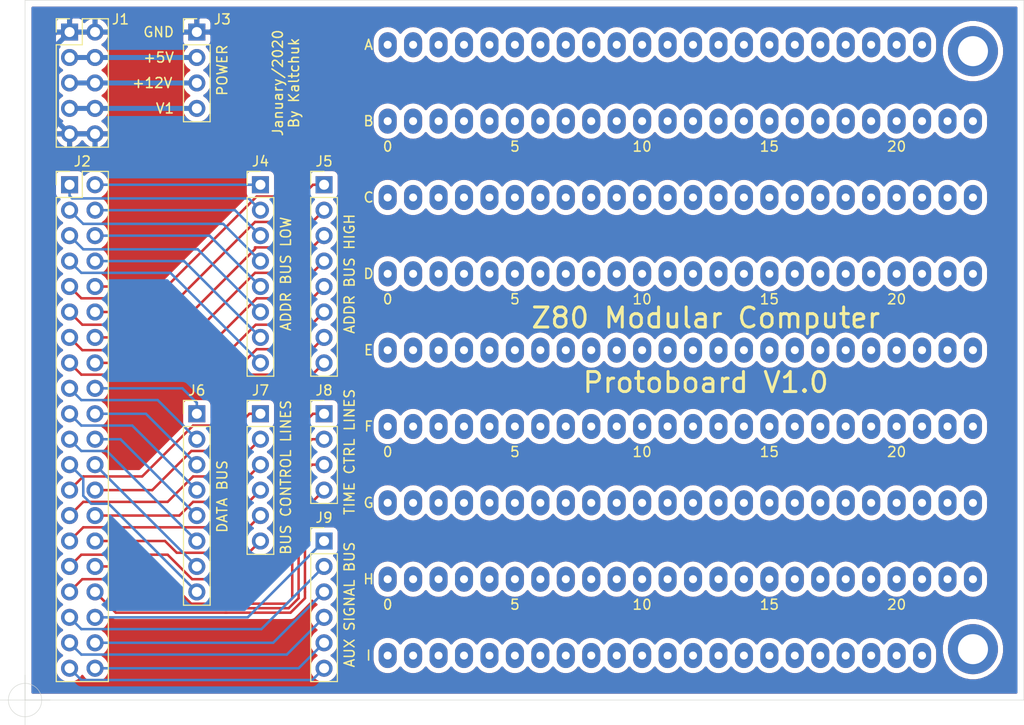
<source format=kicad_pcb>
(kicad_pcb (version 20171130) (host pcbnew "(5.1.4)-1")
  (layers (0 F.Cu signal hide) (31 B.Cu signal hide) (34 B.Paste user hide) (35 F.Paste user hide) (36 B.SilkS user) (37 F.SilkS user) (38 B.Mask user) (39 F.Mask user) (44 Edge.Cuts user))
  (net 0 "")
  (net 1 /gnd)
  (net 2 /+5V)
  (net 3 /+12V)
  (net 4 /v1)
  (net 5 /halt)
  (net 6 /wait)
  (net 7 /int)
  (net 8 /nmi)
  (net 9 /a01)
  (net 10 /a00)
  (net 11 /a03)
  (net 12 /a02)
  (net 13 /a05)
  (net 14 /a04)
  (net 15 /a07)
  (net 16 /a06)
  (net 17 /a09)
  (net 18 /a08)
  (net 19 /a11)
  (net 20 /a10)
  (net 21 /a13)
  (net 22 /a12)
  (net 23 /a15)
  (net 24 /a14)
  (net 25 /d01)
  (net 26 /d00)
  (net 27 /d03)
  (net 28 /d02)
  (net 29 /d05)
  (net 30 /d04)
  (net 31 /d07)
  (net 32 /d06)
  (net 33 /wr)
  (net 34 /mreq)
  (net 35 /rd)
  (net 36 /iorq)
  (net 37 /busack)
  (net 38 /busrq)
  (net 39 /s1)
  (net 40 /s0)
  (net 41 /clk)
  (net 42 /reset)
  (net 43 /m1)
  (net 44 /rfsh)
  (module Connector_PinHeader_2.54mm:PinHeader_2x05_P2.54mm_Vertical (layer F.Cu) (at 74.295 74.93)
    (fp_text reference J1 (at 5.08 -1.27) (layer F.SilkS))
    (fp_text value Conn_02x05)
    (pad 1 thru_hole rect (at 0 0) (size 1.7 1.7) (drill 1) (layers *.Cu *.Mask) (net 1 /gnd))
    (pad 2 thru_hole oval (at 2.54 0) (size 1.7 1.7) (drill 1) (layers *.Cu *.Mask) (net 1 /gnd))
    (pad 3 thru_hole oval (at 0 2.54) (size 1.7 1.7) (drill 1) (layers *.Cu *.Mask) (net 2 /+5V))
    (pad 4 thru_hole oval (at 2.54 2.54) (size 1.7 1.7) (drill 1) (layers *.Cu *.Mask) (net 2 /+5V))
    (pad 5 thru_hole oval (at 0 5.08) (size 1.7 1.7) (drill 1) (layers *.Cu *.Mask) (net 3 /+12V))
    (pad 6 thru_hole oval (at 2.54 5.08) (size 1.7 1.7) (drill 1) (layers *.Cu *.Mask) (net 3 /+12V))
    (pad 7 thru_hole oval (at 0 7.62) (size 1.7 1.7) (drill 1) (layers *.Cu *.Mask) (net 4 /v1))
    (pad 8 thru_hole oval (at 2.54 7.62) (size 1.7 1.7) (drill 1) (layers *.Cu *.Mask) (net 4 /v1))
    (pad 9 thru_hole oval (at 0 10.16) (size 1.7 1.7) (drill 1) (layers *.Cu *.Mask) (net 1 /gnd))
    (pad 10 thru_hole oval (at 2.54 10.16) (size 1.7 1.7) (drill 1) (layers *.Cu *.Mask) (net 1 /gnd))
  )
  (module Connector_PinHeader_2.54mm:Pad (layer F.Cu) (at 164.465 136.525)
    (fp_text reference REF** hide)
    (fp_text value Pad hide)
    (pad "" thru_hole circle (at 0 0) (size 5 5) (drill 3) (layers *.Cu *.Mask))
  )
  (module Connector_PinHeader_2.54mm:Pad (layer F.Cu) (at 161.925 99.06)
    (fp_text reference REF** hide)
    (fp_text value Pad hide)
    (pad "" thru_hole oval (at 0 0) (size 1.8 2.5) (drill 0.8) (layers *.Cu *.Mask))
  )
  (module Connector_PinHeader_2.54mm:Pad (layer F.Cu) (at 164.465 76.835)
    (fp_text reference REF** hide)
    (fp_text value Pad hide)
    (pad "" thru_hole circle (at 0 0) (size 5 5) (drill 3) (layers *.Cu *.Mask))
  )
  (module Connector_PinHeader_2.54mm:Pad (layer F.Cu) (at 154.305 99.06)
    (fp_text reference REF** hide)
    (fp_text value Pad hide)
    (pad "" thru_hole oval (at 0 0) (size 1.8 2.5) (drill 0.8) (layers *.Cu *.Mask))
  )
  (module Connector_PinHeader_2.54mm:Pad (layer F.Cu) (at 159.385 99.06)
    (fp_text reference REF** hide)
    (fp_text value Pad hide)
    (pad "" thru_hole oval (at 0 0) (size 1.8 2.5) (drill 0.8) (layers *.Cu *.Mask))
  )
  (module Connector_PinHeader_2.54mm:Pad (layer F.Cu) (at 156.845 99.06)
    (fp_text reference REF** hide)
    (fp_text value Pad hide)
    (pad "" thru_hole oval (at 0 0) (size 1.8 2.5) (drill 0.8) (layers *.Cu *.Mask))
  )
  (module Connector_PinHeader_2.54mm:Pad (layer F.Cu) (at 149.225 99.06)
    (fp_text reference REF** hide)
    (fp_text value Pad hide)
    (pad "" thru_hole oval (at 0 0) (size 1.8 2.5) (drill 0.8) (layers *.Cu *.Mask))
  )
  (module Connector_PinHeader_2.54mm:Pad (layer F.Cu) (at 151.765 99.06)
    (fp_text reference REF** hide)
    (fp_text value Pad hide)
    (pad "" thru_hole oval (at 0 0) (size 1.8 2.5) (drill 0.8) (layers *.Cu *.Mask))
  )
  (module Connector_PinHeader_2.54mm:Pad (layer F.Cu) (at 121.285 99.06)
    (fp_text reference REF** hide)
    (fp_text value Pad hide)
    (pad "" thru_hole oval (at 0 0) (size 1.8 2.5) (drill 0.8) (layers *.Cu *.Mask))
  )
  (module Connector_PinHeader_2.54mm:Pad (layer F.Cu) (at 116.205 99.06)
    (fp_text reference REF** hide)
    (fp_text value Pad hide)
    (pad "" thru_hole oval (at 0 0) (size 1.8 2.5) (drill 0.8) (layers *.Cu *.Mask))
  )
  (module Connector_PinHeader_2.54mm:Pad (layer F.Cu) (at 106.045 99.06)
    (fp_text reference REF** hide)
    (fp_text value Pad hide)
    (pad "" thru_hole oval (at 0 0) (size 1.8 2.5) (drill 0.8) (layers *.Cu *.Mask))
  )
  (module Connector_PinHeader_2.54mm:Pad (layer F.Cu) (at 164.465 99.06)
    (fp_text reference REF** hide)
    (fp_text value Pad hide)
    (pad "" thru_hole oval (at 0 0) (size 1.8 2.5) (drill 0.8) (layers *.Cu *.Mask))
  )
  (module Connector_PinHeader_2.54mm:Pad (layer F.Cu) (at 118.745 99.06)
    (fp_text reference REF** hide)
    (fp_text value Pad hide)
    (pad "" thru_hole oval (at 0 0) (size 1.8 2.5) (drill 0.8) (layers *.Cu *.Mask))
  )
  (module Connector_PinHeader_2.54mm:Pad (layer F.Cu) (at 108.585 99.06)
    (fp_text reference REF** hide)
    (fp_text value Pad hide)
    (pad "" thru_hole oval (at 0 0) (size 1.8 2.5) (drill 0.8) (layers *.Cu *.Mask))
  )
  (module Connector_PinHeader_2.54mm:Pad (layer F.Cu) (at 113.665 99.06)
    (fp_text reference REF** hide)
    (fp_text value Pad hide)
    (pad "" thru_hole oval (at 0 0) (size 1.8 2.5) (drill 0.8) (layers *.Cu *.Mask))
  )
  (module Connector_PinHeader_2.54mm:Pad (layer F.Cu) (at 111.125 99.06)
    (fp_text reference REF** hide)
    (fp_text value Pad hide)
    (pad "" thru_hole oval (at 0 0) (size 1.8 2.5) (drill 0.8) (layers *.Cu *.Mask))
  )
  (module Connector_PinHeader_2.54mm:Pad (layer F.Cu) (at 123.825 99.06)
    (fp_text reference REF** hide)
    (fp_text value Pad hide)
    (pad "" thru_hole oval (at 0 0) (size 1.8 2.5) (drill 0.8) (layers *.Cu *.Mask))
  )
  (module Connector_PinHeader_2.54mm:Pad (layer F.Cu) (at 126.365 99.06)
    (fp_text reference REF** hide)
    (fp_text value Pad hide)
    (pad "" thru_hole oval (at 0 0) (size 1.8 2.5) (drill 0.8) (layers *.Cu *.Mask))
  )
  (module Connector_PinHeader_2.54mm:Pad (layer F.Cu) (at 128.905 99.06)
    (fp_text reference REF** hide)
    (fp_text value Pad hide)
    (pad "" thru_hole oval (at 0 0) (size 1.8 2.5) (drill 0.8) (layers *.Cu *.Mask))
  )
  (module Connector_PinHeader_2.54mm:Pad (layer F.Cu) (at 131.445 99.06)
    (fp_text reference REF** hide)
    (fp_text value Pad hide)
    (pad "" thru_hole oval (at 0 0) (size 1.8 2.5) (drill 0.8) (layers *.Cu *.Mask))
  )
  (module Connector_PinHeader_2.54mm:Pad (layer F.Cu) (at 133.985 99.06)
    (fp_text reference REF** hide)
    (fp_text value Pad hide)
    (pad "" thru_hole oval (at 0 0) (size 1.8 2.5) (drill 0.8) (layers *.Cu *.Mask))
  )
  (module Connector_PinHeader_2.54mm:Pad (layer F.Cu) (at 136.525 99.06)
    (fp_text reference REF** hide)
    (fp_text value Pad hide)
    (pad "" thru_hole oval (at 0 0) (size 1.8 2.5) (drill 0.8) (layers *.Cu *.Mask))
  )
  (module Connector_PinHeader_2.54mm:Pad (layer F.Cu) (at 139.065 99.06)
    (fp_text reference REF** hide)
    (fp_text value Pad hide)
    (pad "" thru_hole oval (at 0 0) (size 1.8 2.5) (drill 0.8) (layers *.Cu *.Mask))
  )
  (module Connector_PinHeader_2.54mm:Pad (layer F.Cu) (at 141.605 99.06)
    (fp_text reference REF** hide)
    (fp_text value Pad hide)
    (pad "" thru_hole oval (at 0 0) (size 1.8 2.5) (drill 0.8) (layers *.Cu *.Mask))
  )
  (module Connector_PinHeader_2.54mm:Pad (layer F.Cu) (at 144.145 99.06)
    (fp_text reference REF** hide)
    (fp_text value Pad hide)
    (pad "" thru_hole oval (at 0 0) (size 1.8 2.5) (drill 0.8) (layers *.Cu *.Mask))
  )
  (module Connector_PinHeader_2.54mm:Pad (layer F.Cu) (at 146.685 99.06)
    (fp_text reference REF** hide)
    (fp_text value Pad hide)
    (pad "" thru_hole oval (at 0 0) (size 1.8 2.5) (drill 0.8) (layers *.Cu *.Mask))
  )
  (module Connector_PinHeader_2.54mm:Pad (layer F.Cu) (at 106.045 106.68)
    (fp_text reference REF** hide)
    (fp_text value Pad hide)
    (pad "" thru_hole oval (at 0 0) (size 1.8 2.5) (drill 0.8) (layers *.Cu *.Mask))
  )
  (module Connector_PinHeader_2.54mm:Pad (layer F.Cu) (at 108.585 106.68)
    (fp_text reference REF** hide)
    (fp_text value Pad hide)
    (pad "" thru_hole oval (at 0 0) (size 1.8 2.5) (drill 0.8) (layers *.Cu *.Mask))
  )
  (module Connector_PinHeader_2.54mm:Pad (layer F.Cu) (at 116.205 106.68)
    (fp_text reference REF** hide)
    (fp_text value Pad hide)
    (pad "" thru_hole oval (at 0 0) (size 1.8 2.5) (drill 0.8) (layers *.Cu *.Mask))
  )
  (module Connector_PinHeader_2.54mm:Pad (layer F.Cu) (at 118.745 106.68)
    (fp_text reference REF** hide)
    (fp_text value Pad hide)
    (pad "" thru_hole oval (at 0 0) (size 1.8 2.5) (drill 0.8) (layers *.Cu *.Mask))
  )
  (module Connector_PinHeader_2.54mm:Pad (layer F.Cu) (at 121.285 106.68)
    (fp_text reference REF** hide)
    (fp_text value Pad hide)
    (pad "" thru_hole oval (at 0 0) (size 1.8 2.5) (drill 0.8) (layers *.Cu *.Mask))
  )
  (module Connector_PinHeader_2.54mm:Pad (layer F.Cu) (at 123.825 106.68)
    (fp_text reference REF** hide)
    (fp_text value Pad hide)
    (pad "" thru_hole oval (at 0 0) (size 1.8 2.5) (drill 0.8) (layers *.Cu *.Mask))
  )
  (module Connector_PinHeader_2.54mm:Pad (layer F.Cu) (at 126.365 106.68)
    (fp_text reference REF** hide)
    (fp_text value Pad hide)
    (pad "" thru_hole oval (at 0 0) (size 1.8 2.5) (drill 0.8) (layers *.Cu *.Mask))
  )
  (module Connector_PinHeader_2.54mm:Pad (layer F.Cu) (at 128.905 106.68)
    (fp_text reference REF** hide)
    (fp_text value Pad hide)
    (pad "" thru_hole oval (at 0 0) (size 1.8 2.5) (drill 0.8) (layers *.Cu *.Mask))
  )
  (module Connector_PinHeader_2.54mm:Pad (layer F.Cu) (at 131.445 106.68)
    (fp_text reference REF** hide)
    (fp_text value Pad hide)
    (pad "" thru_hole oval (at 0 0) (size 1.8 2.5) (drill 0.8) (layers *.Cu *.Mask))
  )
  (module Connector_PinHeader_2.54mm:Pad (layer F.Cu) (at 133.985 106.68)
    (fp_text reference REF** hide)
    (fp_text value Pad hide)
    (pad "" thru_hole oval (at 0 0) (size 1.8 2.5) (drill 0.8) (layers *.Cu *.Mask))
  )
  (module Connector_PinHeader_2.54mm:Pad (layer F.Cu) (at 136.525 106.68)
    (fp_text reference REF** hide)
    (fp_text value Pad hide)
    (pad "" thru_hole oval (at 0 0) (size 1.8 2.5) (drill 0.8) (layers *.Cu *.Mask))
  )
  (module Connector_PinHeader_2.54mm:Pad (layer F.Cu) (at 139.065 106.68)
    (fp_text reference REF** hide)
    (fp_text value Pad hide)
    (pad "" thru_hole oval (at 0 0) (size 1.8 2.5) (drill 0.8) (layers *.Cu *.Mask))
  )
  (module Connector_PinHeader_2.54mm:Pad (layer F.Cu) (at 141.605 106.68)
    (fp_text reference REF** hide)
    (fp_text value Pad hide)
    (pad "" thru_hole oval (at 0 0) (size 1.8 2.5) (drill 0.8) (layers *.Cu *.Mask))
  )
  (module Connector_PinHeader_2.54mm:Pad (layer F.Cu) (at 144.145 106.68)
    (fp_text reference REF** hide)
    (fp_text value Pad hide)
    (pad "" thru_hole oval (at 0 0) (size 1.8 2.5) (drill 0.8) (layers *.Cu *.Mask))
  )
  (module Connector_PinHeader_2.54mm:Pad (layer F.Cu) (at 146.685 106.68)
    (fp_text reference REF** hide)
    (fp_text value Pad hide)
    (pad "" thru_hole oval (at 0 0) (size 1.8 2.5) (drill 0.8) (layers *.Cu *.Mask))
  )
  (module Connector_PinHeader_2.54mm:Pad (layer F.Cu) (at 149.225 106.68)
    (fp_text reference REF** hide)
    (fp_text value Pad hide)
    (pad "" thru_hole oval (at 0 0) (size 1.8 2.5) (drill 0.8) (layers *.Cu *.Mask))
  )
  (module Connector_PinHeader_2.54mm:Pad (layer F.Cu) (at 151.765 106.68)
    (fp_text reference REF** hide)
    (fp_text value Pad hide)
    (pad "" thru_hole oval (at 0 0) (size 1.8 2.5) (drill 0.8) (layers *.Cu *.Mask))
  )
  (module Connector_PinHeader_2.54mm:Pad (layer F.Cu) (at 154.305 106.68)
    (fp_text reference REF** hide)
    (fp_text value Pad hide)
    (pad "" thru_hole oval (at 0 0) (size 1.8 2.5) (drill 0.8) (layers *.Cu *.Mask))
  )
  (module Connector_PinHeader_2.54mm:Pad (layer F.Cu) (at 156.845 106.68)
    (fp_text reference REF** hide)
    (fp_text value Pad hide)
    (pad "" thru_hole oval (at 0 0) (size 1.8 2.5) (drill 0.8) (layers *.Cu *.Mask))
  )
  (module Connector_PinHeader_2.54mm:Pad (layer F.Cu) (at 159.385 106.68)
    (fp_text reference REF** hide)
    (fp_text value Pad hide)
    (pad "" thru_hole oval (at 0 0) (size 1.8 2.5) (drill 0.8) (layers *.Cu *.Mask))
  )
  (module Connector_PinHeader_2.54mm:Pad (layer F.Cu) (at 161.925 106.68)
    (fp_text reference REF** hide)
    (fp_text value Pad hide)
    (pad "" thru_hole oval (at 0 0) (size 1.8 2.5) (drill 0.8) (layers *.Cu *.Mask))
  )
  (module Connector_PinHeader_2.54mm:Pad (layer F.Cu) (at 164.465 106.68)
    (fp_text reference REF** hide)
    (fp_text value Pad hide)
    (pad "" thru_hole oval (at 0 0) (size 1.8 2.5) (drill 0.8) (layers *.Cu *.Mask))
  )
  (module Connector_PinHeader_2.54mm:Pad (layer F.Cu) (at 113.665 114.3)
    (fp_text reference REF** hide)
    (fp_text value Pad hide)
    (pad "" thru_hole oval (at 0 0) (size 1.8 2.5) (drill 0.8) (layers *.Cu *.Mask))
  )
  (module Connector_PinHeader_2.54mm:Pad (layer F.Cu) (at 111.125 114.3)
    (fp_text reference REF** hide)
    (fp_text value Pad hide)
    (pad "" thru_hole oval (at 0 0) (size 1.8 2.5) (drill 0.8) (layers *.Cu *.Mask))
  )
  (module Connector_PinHeader_2.54mm:Pad (layer F.Cu) (at 164.465 114.3)
    (fp_text reference REF** hide)
    (fp_text value Pad hide)
    (pad "" thru_hole oval (at 0 0) (size 1.8 2.5) (drill 0.8) (layers *.Cu *.Mask))
  )
  (module Connector_PinHeader_2.54mm:Pad (layer F.Cu) (at 161.925 114.3)
    (fp_text reference REF** hide)
    (fp_text value Pad hide)
    (pad "" thru_hole oval (at 0 0) (size 1.8 2.5) (drill 0.8) (layers *.Cu *.Mask))
  )
  (module Connector_PinHeader_2.54mm:Pad (layer F.Cu) (at 159.385 114.3)
    (fp_text reference REF** hide)
    (fp_text value Pad hide)
    (pad "" thru_hole oval (at 0 0) (size 1.8 2.5) (drill 0.8) (layers *.Cu *.Mask))
  )
  (module Connector_PinHeader_2.54mm:Pad (layer F.Cu) (at 156.845 114.3)
    (fp_text reference REF** hide)
    (fp_text value Pad hide)
    (pad "" thru_hole oval (at 0 0) (size 1.8 2.5) (drill 0.8) (layers *.Cu *.Mask))
  )
  (module Connector_PinHeader_2.54mm:Pad (layer F.Cu) (at 154.305 114.3)
    (fp_text reference REF** hide)
    (fp_text value Pad hide)
    (pad "" thru_hole oval (at 0 0) (size 1.8 2.5) (drill 0.8) (layers *.Cu *.Mask))
  )
  (module Connector_PinHeader_2.54mm:Pad (layer F.Cu) (at 151.765 114.3)
    (fp_text reference REF** hide)
    (fp_text value Pad hide)
    (pad "" thru_hole oval (at 0 0) (size 1.8 2.5) (drill 0.8) (layers *.Cu *.Mask))
  )
  (module Connector_PinHeader_2.54mm:Pad (layer F.Cu) (at 149.225 114.3)
    (fp_text reference REF** hide)
    (fp_text value Pad hide)
    (pad "" thru_hole oval (at 0 0) (size 1.8 2.5) (drill 0.8) (layers *.Cu *.Mask))
  )
  (module Connector_PinHeader_2.54mm:Pad (layer F.Cu) (at 111.125 106.68)
    (fp_text reference REF** hide)
    (fp_text value Pad hide)
    (pad "" thru_hole oval (at 0 0) (size 1.8 2.5) (drill 0.8) (layers *.Cu *.Mask))
  )
  (module Connector_PinHeader_2.54mm:Pad (layer F.Cu) (at 146.685 114.3)
    (fp_text reference REF** hide)
    (fp_text value Pad hide)
    (pad "" thru_hole oval (at 0 0) (size 1.8 2.5) (drill 0.8) (layers *.Cu *.Mask))
  )
  (module Connector_PinHeader_2.54mm:Pad (layer F.Cu) (at 141.605 114.3)
    (fp_text reference REF** hide)
    (fp_text value Pad hide)
    (pad "" thru_hole oval (at 0 0) (size 1.8 2.5) (drill 0.8) (layers *.Cu *.Mask))
  )
  (module Connector_PinHeader_2.54mm:Pad (layer F.Cu) (at 144.145 114.3)
    (fp_text reference REF** hide)
    (fp_text value Pad hide)
    (pad "" thru_hole oval (at 0 0) (size 1.8 2.5) (drill 0.8) (layers *.Cu *.Mask))
  )
  (module Connector_PinHeader_2.54mm:Pad (layer F.Cu) (at 136.525 114.3)
    (fp_text reference REF** hide)
    (fp_text value Pad hide)
    (pad "" thru_hole oval (at 0 0) (size 1.8 2.5) (drill 0.8) (layers *.Cu *.Mask))
  )
  (module Connector_PinHeader_2.54mm:Pad (layer F.Cu) (at 139.065 114.3)
    (fp_text reference REF** hide)
    (fp_text value Pad hide)
    (pad "" thru_hole oval (at 0 0) (size 1.8 2.5) (drill 0.8) (layers *.Cu *.Mask))
  )
  (module Connector_PinHeader_2.54mm:Pad (layer F.Cu) (at 131.445 114.3)
    (fp_text reference REF** hide)
    (fp_text value Pad hide)
    (pad "" thru_hole oval (at 0 0) (size 1.8 2.5) (drill 0.8) (layers *.Cu *.Mask))
  )
  (module Connector_PinHeader_2.54mm:Pad (layer F.Cu) (at 128.905 114.3)
    (fp_text reference REF** hide)
    (fp_text value Pad hide)
    (pad "" thru_hole oval (at 0 0) (size 1.8 2.5) (drill 0.8) (layers *.Cu *.Mask))
  )
  (module Connector_PinHeader_2.54mm:Pad (layer F.Cu) (at 126.365 114.3)
    (fp_text reference REF** hide)
    (fp_text value Pad hide)
    (pad "" thru_hole oval (at 0 0) (size 1.8 2.5) (drill 0.8) (layers *.Cu *.Mask))
  )
  (module Connector_PinHeader_2.54mm:Pad (layer F.Cu) (at 123.825 114.3)
    (fp_text reference REF** hide)
    (fp_text value Pad hide)
    (pad "" thru_hole oval (at 0 0) (size 1.8 2.5) (drill 0.8) (layers *.Cu *.Mask))
  )
  (module Connector_PinHeader_2.54mm:Pad (layer F.Cu) (at 121.285 114.3)
    (fp_text reference REF** hide)
    (fp_text value Pad hide)
    (pad "" thru_hole oval (at 0 0) (size 1.8 2.5) (drill 0.8) (layers *.Cu *.Mask))
  )
  (module Connector_PinHeader_2.54mm:Pad (layer F.Cu) (at 108.585 114.3)
    (fp_text reference REF** hide)
    (fp_text value Pad hide)
    (pad "" thru_hole oval (at 0 0) (size 1.8 2.5) (drill 0.8) (layers *.Cu *.Mask))
  )
  (module Connector_PinHeader_2.54mm:Pad (layer F.Cu) (at 106.045 114.3)
    (fp_text reference REF** hide)
    (fp_text value Pad hide)
    (pad "" thru_hole oval (at 0 0) (size 1.8 2.5) (drill 0.8) (layers *.Cu *.Mask))
  )
  (module Connector_PinHeader_2.54mm:Pad (layer F.Cu) (at 113.665 106.68)
    (fp_text reference REF** hide)
    (fp_text value Pad hide)
    (pad "" thru_hole oval (at 0 0) (size 1.8 2.5) (drill 0.8) (layers *.Cu *.Mask))
  )
  (module Connector_PinHeader_2.54mm:Pad (layer F.Cu) (at 116.205 114.3)
    (fp_text reference REF** hide)
    (fp_text value Pad hide)
    (pad "" thru_hole oval (at 0 0) (size 1.8 2.5) (drill 0.8) (layers *.Cu *.Mask))
  )
  (module Connector_PinHeader_2.54mm:Pad (layer F.Cu) (at 118.745 114.3)
    (fp_text reference REF** hide)
    (fp_text value Pad hide)
    (pad "" thru_hole oval (at 0 0) (size 1.8 2.5) (drill 0.8) (layers *.Cu *.Mask))
  )
  (module Connector_PinHeader_2.54mm:Pad (layer F.Cu) (at 133.985 114.3)
    (fp_text reference REF** hide)
    (fp_text value Pad hide)
    (pad "" thru_hole oval (at 0 0) (size 1.8 2.5) (drill 0.8) (layers *.Cu *.Mask))
  )
  (module Connector_PinHeader_2.54mm:Pad (layer F.Cu) (at 154.305 76.2)
    (fp_text reference REF** hide)
    (fp_text value Pad hide)
    (pad "" thru_hole oval (at 0 0) (size 1.8 2.5) (drill 0.8) (layers *.Cu *.Mask))
  )
  (module Connector_PinHeader_2.54mm:Pad (layer F.Cu) (at 159.385 76.2)
    (fp_text reference REF** hide)
    (fp_text value Pad hide)
    (pad "" thru_hole oval (at 0 0) (size 1.8 2.5) (drill 0.8) (layers *.Cu *.Mask))
  )
  (module Connector_PinHeader_2.54mm:Pad (layer F.Cu) (at 156.845 76.2)
    (fp_text reference REF** hide)
    (fp_text value Pad hide)
    (pad "" thru_hole oval (at 0 0) (size 1.8 2.5) (drill 0.8) (layers *.Cu *.Mask))
  )
  (module Connector_PinHeader_2.54mm:Pad (layer F.Cu) (at 149.225 76.2)
    (fp_text reference REF** hide)
    (fp_text value Pad hide)
    (pad "" thru_hole oval (at 0 0) (size 1.8 2.5) (drill 0.8) (layers *.Cu *.Mask))
  )
  (module Connector_PinHeader_2.54mm:Pad (layer F.Cu) (at 151.765 76.2)
    (fp_text reference REF** hide)
    (fp_text value Pad hide)
    (pad "" thru_hole oval (at 0 0) (size 1.8 2.5) (drill 0.8) (layers *.Cu *.Mask))
  )
  (module Connector_PinHeader_2.54mm:Pad (layer F.Cu) (at 121.285 76.2)
    (fp_text reference REF** hide)
    (fp_text value Pad hide)
    (pad "" thru_hole oval (at 0 0) (size 1.8 2.5) (drill 0.8) (layers *.Cu *.Mask))
  )
  (module Connector_PinHeader_2.54mm:Pad (layer F.Cu) (at 116.205 76.2)
    (fp_text reference REF** hide)
    (fp_text value Pad hide)
    (pad "" thru_hole oval (at 0 0) (size 1.8 2.5) (drill 0.8) (layers *.Cu *.Mask))
  )
  (module Connector_PinHeader_2.54mm:Pad (layer F.Cu) (at 106.045 76.2)
    (fp_text reference REF** hide)
    (fp_text value Pad hide)
    (pad "" thru_hole oval (at 0 0) (size 1.8 2.5) (drill 0.8) (layers *.Cu *.Mask))
  )
  (module Connector_PinHeader_2.54mm:Pad (layer F.Cu) (at 118.745 76.2)
    (fp_text reference REF** hide)
    (fp_text value Pad hide)
    (pad "" thru_hole oval (at 0 0) (size 1.8 2.5) (drill 0.8) (layers *.Cu *.Mask))
  )
  (module Connector_PinHeader_2.54mm:Pad (layer F.Cu) (at 108.585 76.2)
    (fp_text reference REF** hide)
    (fp_text value Pad hide)
    (pad "" thru_hole oval (at 0 0) (size 1.8 2.5) (drill 0.8) (layers *.Cu *.Mask))
  )
  (module Connector_PinHeader_2.54mm:Pad (layer F.Cu) (at 113.665 76.2)
    (fp_text reference REF** hide)
    (fp_text value Pad hide)
    (pad "" thru_hole oval (at 0 0) (size 1.8 2.5) (drill 0.8) (layers *.Cu *.Mask))
  )
  (module Connector_PinHeader_2.54mm:Pad (layer F.Cu) (at 111.125 76.2)
    (fp_text reference REF** hide)
    (fp_text value Pad hide)
    (pad "" thru_hole oval (at 0 0) (size 1.8 2.5) (drill 0.8) (layers *.Cu *.Mask))
  )
  (module Connector_PinHeader_2.54mm:Pad (layer F.Cu) (at 123.825 76.2)
    (fp_text reference REF** hide)
    (fp_text value Pad hide)
    (pad "" thru_hole oval (at 0 0) (size 1.8 2.5) (drill 0.8) (layers *.Cu *.Mask))
  )
  (module Connector_PinHeader_2.54mm:Pad (layer F.Cu) (at 126.365 76.2)
    (fp_text reference REF** hide)
    (fp_text value Pad hide)
    (pad "" thru_hole oval (at 0 0) (size 1.8 2.5) (drill 0.8) (layers *.Cu *.Mask))
  )
  (module Connector_PinHeader_2.54mm:Pad (layer F.Cu) (at 128.905 76.2)
    (fp_text reference REF** hide)
    (fp_text value Pad hide)
    (pad "" thru_hole oval (at 0 0) (size 1.8 2.5) (drill 0.8) (layers *.Cu *.Mask))
  )
  (module Connector_PinHeader_2.54mm:Pad (layer F.Cu) (at 131.445 76.2)
    (fp_text reference REF** hide)
    (fp_text value Pad hide)
    (pad "" thru_hole oval (at 0 0) (size 1.8 2.5) (drill 0.8) (layers *.Cu *.Mask))
  )
  (module Connector_PinHeader_2.54mm:Pad (layer F.Cu) (at 133.985 76.2)
    (fp_text reference REF** hide)
    (fp_text value Pad hide)
    (pad "" thru_hole oval (at 0 0) (size 1.8 2.5) (drill 0.8) (layers *.Cu *.Mask))
  )
  (module Connector_PinHeader_2.54mm:Pad (layer F.Cu) (at 136.525 76.2)
    (fp_text reference REF** hide)
    (fp_text value Pad hide)
    (pad "" thru_hole oval (at 0 0) (size 1.8 2.5) (drill 0.8) (layers *.Cu *.Mask))
  )
  (module Connector_PinHeader_2.54mm:Pad (layer F.Cu) (at 139.065 76.2)
    (fp_text reference REF** hide)
    (fp_text value Pad hide)
    (pad "" thru_hole oval (at 0 0) (size 1.8 2.5) (drill 0.8) (layers *.Cu *.Mask))
  )
  (module Connector_PinHeader_2.54mm:Pad (layer F.Cu) (at 141.605 76.2)
    (fp_text reference REF** hide)
    (fp_text value Pad hide)
    (pad "" thru_hole oval (at 0 0) (size 1.8 2.5) (drill 0.8) (layers *.Cu *.Mask))
  )
  (module Connector_PinHeader_2.54mm:Pad (layer F.Cu) (at 144.145 76.2)
    (fp_text reference REF** hide)
    (fp_text value Pad hide)
    (pad "" thru_hole oval (at 0 0) (size 1.8 2.5) (drill 0.8) (layers *.Cu *.Mask))
  )
  (module Connector_PinHeader_2.54mm:Pad (layer F.Cu) (at 146.685 76.2)
    (fp_text reference REF** hide)
    (fp_text value Pad hide)
    (pad "" thru_hole oval (at 0 0) (size 1.8 2.5) (drill 0.8) (layers *.Cu *.Mask))
  )
  (module Connector_PinHeader_2.54mm:Pad (layer F.Cu) (at 106.045 83.82)
    (fp_text reference REF** hide)
    (fp_text value Pad hide)
    (pad "" thru_hole oval (at 0 0) (size 1.8 2.5) (drill 0.8) (layers *.Cu *.Mask))
  )
  (module Connector_PinHeader_2.54mm:Pad (layer F.Cu) (at 108.585 83.82)
    (fp_text reference REF** hide)
    (fp_text value Pad hide)
    (pad "" thru_hole oval (at 0 0) (size 1.8 2.5) (drill 0.8) (layers *.Cu *.Mask))
  )
  (module Connector_PinHeader_2.54mm:Pad (layer F.Cu) (at 116.205 83.82)
    (fp_text reference REF** hide)
    (fp_text value Pad hide)
    (pad "" thru_hole oval (at 0 0) (size 1.8 2.5) (drill 0.8) (layers *.Cu *.Mask))
  )
  (module Connector_PinHeader_2.54mm:Pad (layer F.Cu) (at 118.745 83.82)
    (fp_text reference REF** hide)
    (fp_text value Pad hide)
    (pad "" thru_hole oval (at 0 0) (size 1.8 2.5) (drill 0.8) (layers *.Cu *.Mask))
  )
  (module Connector_PinHeader_2.54mm:Pad (layer F.Cu) (at 121.285 83.82)
    (fp_text reference REF** hide)
    (fp_text value Pad hide)
    (pad "" thru_hole oval (at 0 0) (size 1.8 2.5) (drill 0.8) (layers *.Cu *.Mask))
  )
  (module Connector_PinHeader_2.54mm:Pad (layer F.Cu) (at 123.825 83.82)
    (fp_text reference REF** hide)
    (fp_text value Pad hide)
    (pad "" thru_hole oval (at 0 0) (size 1.8 2.5) (drill 0.8) (layers *.Cu *.Mask))
  )
  (module Connector_PinHeader_2.54mm:Pad (layer F.Cu) (at 126.365 83.82)
    (fp_text reference REF** hide)
    (fp_text value Pad hide)
    (pad "" thru_hole oval (at 0 0) (size 1.8 2.5) (drill 0.8) (layers *.Cu *.Mask))
  )
  (module Connector_PinHeader_2.54mm:Pad (layer F.Cu) (at 128.905 83.82)
    (fp_text reference REF** hide)
    (fp_text value Pad hide)
    (pad "" thru_hole oval (at 0 0) (size 1.8 2.5) (drill 0.8) (layers *.Cu *.Mask))
  )
  (module Connector_PinHeader_2.54mm:Pad (layer F.Cu) (at 131.445 83.82)
    (fp_text reference REF** hide)
    (fp_text value Pad hide)
    (pad "" thru_hole oval (at 0 0) (size 1.8 2.5) (drill 0.8) (layers *.Cu *.Mask))
  )
  (module Connector_PinHeader_2.54mm:Pad (layer F.Cu) (at 133.985 83.82)
    (fp_text reference REF** hide)
    (fp_text value Pad hide)
    (pad "" thru_hole oval (at 0 0) (size 1.8 2.5) (drill 0.8) (layers *.Cu *.Mask))
  )
  (module Connector_PinHeader_2.54mm:Pad (layer F.Cu) (at 136.525 83.82)
    (fp_text reference REF** hide)
    (fp_text value Pad hide)
    (pad "" thru_hole oval (at 0 0) (size 1.8 2.5) (drill 0.8) (layers *.Cu *.Mask))
  )
  (module Connector_PinHeader_2.54mm:Pad (layer F.Cu) (at 139.065 83.82)
    (fp_text reference REF** hide)
    (fp_text value Pad hide)
    (pad "" thru_hole oval (at 0 0) (size 1.8 2.5) (drill 0.8) (layers *.Cu *.Mask))
  )
  (module Connector_PinHeader_2.54mm:Pad (layer F.Cu) (at 141.605 83.82)
    (fp_text reference REF** hide)
    (fp_text value Pad hide)
    (pad "" thru_hole oval (at 0 0) (size 1.8 2.5) (drill 0.8) (layers *.Cu *.Mask))
  )
  (module Connector_PinHeader_2.54mm:Pad (layer F.Cu) (at 144.145 83.82)
    (fp_text reference REF** hide)
    (fp_text value Pad hide)
    (pad "" thru_hole oval (at 0 0) (size 1.8 2.5) (drill 0.8) (layers *.Cu *.Mask))
  )
  (module Connector_PinHeader_2.54mm:Pad (layer F.Cu) (at 146.685 83.82)
    (fp_text reference REF** hide)
    (fp_text value Pad hide)
    (pad "" thru_hole oval (at 0 0) (size 1.8 2.5) (drill 0.8) (layers *.Cu *.Mask))
  )
  (module Connector_PinHeader_2.54mm:Pad (layer F.Cu) (at 149.225 83.82)
    (fp_text reference REF** hide)
    (fp_text value Pad hide)
    (pad "" thru_hole oval (at 0 0) (size 1.8 2.5) (drill 0.8) (layers *.Cu *.Mask))
  )
  (module Connector_PinHeader_2.54mm:Pad (layer F.Cu) (at 151.765 83.82)
    (fp_text reference REF** hide)
    (fp_text value Pad hide)
    (pad "" thru_hole oval (at 0 0) (size 1.8 2.5) (drill 0.8) (layers *.Cu *.Mask))
  )
  (module Connector_PinHeader_2.54mm:Pad (layer F.Cu) (at 154.305 83.82)
    (fp_text reference REF** hide)
    (fp_text value Pad hide)
    (pad "" thru_hole oval (at 0 0) (size 1.8 2.5) (drill 0.8) (layers *.Cu *.Mask))
  )
  (module Connector_PinHeader_2.54mm:Pad (layer F.Cu) (at 156.845 83.82)
    (fp_text reference REF** hide)
    (fp_text value Pad hide)
    (pad "" thru_hole oval (at 0 0) (size 1.8 2.5) (drill 0.8) (layers *.Cu *.Mask))
  )
  (module Connector_PinHeader_2.54mm:Pad (layer F.Cu) (at 159.385 83.82)
    (fp_text reference REF** hide)
    (fp_text value Pad hide)
    (pad "" thru_hole oval (at 0 0) (size 1.8 2.5) (drill 0.8) (layers *.Cu *.Mask))
  )
  (module Connector_PinHeader_2.54mm:Pad (layer F.Cu) (at 161.925 83.82)
    (fp_text reference REF** hide)
    (fp_text value Pad hide)
    (pad "" thru_hole oval (at 0 0) (size 1.8 2.5) (drill 0.8) (layers *.Cu *.Mask))
  )
  (module Connector_PinHeader_2.54mm:Pad (layer F.Cu) (at 164.465 83.82)
    (fp_text reference REF** hide)
    (fp_text value Pad hide)
    (pad "" thru_hole oval (at 0 0) (size 1.8 2.5) (drill 0.8) (layers *.Cu *.Mask))
  )
  (module Connector_PinHeader_2.54mm:Pad (layer F.Cu) (at 113.665 91.44)
    (fp_text reference REF** hide)
    (fp_text value Pad hide)
    (pad "" thru_hole oval (at 0 0) (size 1.8 2.5) (drill 0.8) (layers *.Cu *.Mask))
  )
  (module Connector_PinHeader_2.54mm:Pad (layer F.Cu) (at 111.125 91.44)
    (fp_text reference REF** hide)
    (fp_text value Pad hide)
    (pad "" thru_hole oval (at 0 0) (size 1.8 2.5) (drill 0.8) (layers *.Cu *.Mask))
  )
  (module Connector_PinHeader_2.54mm:Pad (layer F.Cu) (at 164.465 91.44)
    (fp_text reference REF** hide)
    (fp_text value Pad hide)
    (pad "" thru_hole oval (at 0 0) (size 1.8 2.5) (drill 0.8) (layers *.Cu *.Mask))
  )
  (module Connector_PinHeader_2.54mm:Pad (layer F.Cu) (at 161.925 91.44)
    (fp_text reference REF** hide)
    (fp_text value Pad hide)
    (pad "" thru_hole oval (at 0 0) (size 1.8 2.5) (drill 0.8) (layers *.Cu *.Mask))
  )
  (module Connector_PinHeader_2.54mm:Pad (layer F.Cu) (at 159.385 91.44)
    (fp_text reference REF** hide)
    (fp_text value Pad hide)
    (pad "" thru_hole oval (at 0 0) (size 1.8 2.5) (drill 0.8) (layers *.Cu *.Mask))
  )
  (module Connector_PinHeader_2.54mm:Pad (layer F.Cu) (at 156.845 91.44)
    (fp_text reference REF** hide)
    (fp_text value Pad hide)
    (pad "" thru_hole oval (at 0 0) (size 1.8 2.5) (drill 0.8) (layers *.Cu *.Mask))
  )
  (module Connector_PinHeader_2.54mm:Pad (layer F.Cu) (at 154.305 91.44)
    (fp_text reference REF** hide)
    (fp_text value Pad hide)
    (pad "" thru_hole oval (at 0 0) (size 1.8 2.5) (drill 0.8) (layers *.Cu *.Mask))
  )
  (module Connector_PinHeader_2.54mm:Pad (layer F.Cu) (at 151.765 91.44)
    (fp_text reference REF** hide)
    (fp_text value Pad hide)
    (pad "" thru_hole oval (at 0 0) (size 1.8 2.5) (drill 0.8) (layers *.Cu *.Mask))
  )
  (module Connector_PinHeader_2.54mm:Pad (layer F.Cu) (at 149.225 91.44)
    (fp_text reference REF** hide)
    (fp_text value Pad hide)
    (pad "" thru_hole oval (at 0 0) (size 1.8 2.5) (drill 0.8) (layers *.Cu *.Mask))
  )
  (module Connector_PinHeader_2.54mm:Pad (layer F.Cu) (at 111.125 83.82)
    (fp_text reference REF** hide)
    (fp_text value Pad hide)
    (pad "" thru_hole oval (at 0 0) (size 1.8 2.5) (drill 0.8) (layers *.Cu *.Mask))
  )
  (module Connector_PinHeader_2.54mm:Pad (layer F.Cu) (at 146.685 91.44)
    (fp_text reference REF** hide)
    (fp_text value Pad hide)
    (pad "" thru_hole oval (at 0 0) (size 1.8 2.5) (drill 0.8) (layers *.Cu *.Mask))
  )
  (module Connector_PinHeader_2.54mm:Pad (layer F.Cu) (at 141.605 91.44)
    (fp_text reference REF** hide)
    (fp_text value Pad hide)
    (pad "" thru_hole oval (at 0 0) (size 1.8 2.5) (drill 0.8) (layers *.Cu *.Mask))
  )
  (module Connector_PinHeader_2.54mm:Pad (layer F.Cu) (at 144.145 91.44)
    (fp_text reference REF** hide)
    (fp_text value Pad hide)
    (pad "" thru_hole oval (at 0 0) (size 1.8 2.5) (drill 0.8) (layers *.Cu *.Mask))
  )
  (module Connector_PinHeader_2.54mm:Pad (layer F.Cu) (at 136.525 91.44)
    (fp_text reference REF** hide)
    (fp_text value Pad hide)
    (pad "" thru_hole oval (at 0 0) (size 1.8 2.5) (drill 0.8) (layers *.Cu *.Mask))
  )
  (module Connector_PinHeader_2.54mm:Pad (layer F.Cu) (at 139.065 91.44)
    (fp_text reference REF** hide)
    (fp_text value Pad hide)
    (pad "" thru_hole oval (at 0 0) (size 1.8 2.5) (drill 0.8) (layers *.Cu *.Mask))
  )
  (module Connector_PinHeader_2.54mm:Pad (layer F.Cu) (at 131.445 91.44)
    (fp_text reference REF** hide)
    (fp_text value Pad hide)
    (pad "" thru_hole oval (at 0 0) (size 1.8 2.5) (drill 0.8) (layers *.Cu *.Mask))
  )
  (module Connector_PinHeader_2.54mm:Pad (layer F.Cu) (at 128.905 91.44)
    (fp_text reference REF** hide)
    (fp_text value Pad hide)
    (pad "" thru_hole oval (at 0 0) (size 1.8 2.5) (drill 0.8) (layers *.Cu *.Mask))
  )
  (module Connector_PinHeader_2.54mm:Pad (layer F.Cu) (at 126.365 91.44)
    (fp_text reference REF** hide)
    (fp_text value Pad hide)
    (pad "" thru_hole oval (at 0 0) (size 1.8 2.5) (drill 0.8) (layers *.Cu *.Mask))
  )
  (module Connector_PinHeader_2.54mm:Pad (layer F.Cu) (at 123.825 91.44)
    (fp_text reference REF** hide)
    (fp_text value Pad hide)
    (pad "" thru_hole oval (at 0 0) (size 1.8 2.5) (drill 0.8) (layers *.Cu *.Mask))
  )
  (module Connector_PinHeader_2.54mm:Pad (layer F.Cu) (at 121.285 91.44)
    (fp_text reference REF** hide)
    (fp_text value Pad hide)
    (pad "" thru_hole oval (at 0 0) (size 1.8 2.5) (drill 0.8) (layers *.Cu *.Mask))
  )
  (module Connector_PinHeader_2.54mm:Pad (layer F.Cu) (at 108.585 91.44)
    (fp_text reference REF** hide)
    (fp_text value Pad hide)
    (pad "" thru_hole oval (at 0 0) (size 1.8 2.5) (drill 0.8) (layers *.Cu *.Mask))
  )
  (module Connector_PinHeader_2.54mm:Pad (layer F.Cu) (at 106.045 91.44)
    (fp_text reference REF** hide)
    (fp_text value Pad hide)
    (pad "" thru_hole oval (at 0 0) (size 1.8 2.5) (drill 0.8) (layers *.Cu *.Mask))
  )
  (module Connector_PinHeader_2.54mm:Pad (layer F.Cu) (at 113.665 83.82)
    (fp_text reference REF** hide)
    (fp_text value Pad hide)
    (pad "" thru_hole oval (at 0 0) (size 1.8 2.5) (drill 0.8) (layers *.Cu *.Mask))
  )
  (module Connector_PinHeader_2.54mm:Pad (layer F.Cu) (at 116.205 91.44)
    (fp_text reference REF** hide)
    (fp_text value Pad hide)
    (pad "" thru_hole oval (at 0 0) (size 1.8 2.5) (drill 0.8) (layers *.Cu *.Mask))
  )
  (module Connector_PinHeader_2.54mm:Pad (layer F.Cu) (at 118.745 91.44)
    (fp_text reference REF** hide)
    (fp_text value Pad hide)
    (pad "" thru_hole oval (at 0 0) (size 1.8 2.5) (drill 0.8) (layers *.Cu *.Mask))
  )
  (module Connector_PinHeader_2.54mm:Pad (layer F.Cu) (at 133.985 91.44)
    (fp_text reference REF** hide)
    (fp_text value Pad hide)
    (pad "" thru_hole oval (at 0 0) (size 1.8 2.5) (drill 0.8) (layers *.Cu *.Mask))
  )
  (module Connector_PinHeader_2.54mm:Pad (layer F.Cu) (at 106.045 121.92)
    (fp_text reference REF** hide)
    (fp_text value Pad hide)
    (pad "" thru_hole oval (at 0 0) (size 1.8 2.5) (drill 0.8) (layers *.Cu *.Mask))
  )
  (module Connector_PinHeader_2.54mm:Pad (layer F.Cu) (at 108.585 121.92)
    (fp_text reference REF** hide)
    (fp_text value Pad hide)
    (pad "" thru_hole oval (at 0 0) (size 1.8 2.5) (drill 0.8) (layers *.Cu *.Mask))
  )
  (module Connector_PinHeader_2.54mm:Pad (layer F.Cu) (at 116.205 121.92)
    (fp_text reference REF** hide)
    (fp_text value Pad hide)
    (pad "" thru_hole oval (at 0 0) (size 1.8 2.5) (drill 0.8) (layers *.Cu *.Mask))
  )
  (module Connector_PinHeader_2.54mm:Pad (layer F.Cu) (at 118.745 121.92)
    (fp_text reference REF** hide)
    (fp_text value Pad hide)
    (pad "" thru_hole oval (at 0 0) (size 1.8 2.5) (drill 0.8) (layers *.Cu *.Mask))
  )
  (module Connector_PinHeader_2.54mm:Pad (layer F.Cu) (at 121.285 121.92)
    (fp_text reference REF** hide)
    (fp_text value Pad hide)
    (pad "" thru_hole oval (at 0 0) (size 1.8 2.5) (drill 0.8) (layers *.Cu *.Mask))
  )
  (module Connector_PinHeader_2.54mm:Pad (layer F.Cu) (at 123.825 121.92)
    (fp_text reference REF** hide)
    (fp_text value Pad hide)
    (pad "" thru_hole oval (at 0 0) (size 1.8 2.5) (drill 0.8) (layers *.Cu *.Mask))
  )
  (module Connector_PinHeader_2.54mm:Pad (layer F.Cu) (at 126.365 121.92)
    (fp_text reference REF** hide)
    (fp_text value Pad hide)
    (pad "" thru_hole oval (at 0 0) (size 1.8 2.5) (drill 0.8) (layers *.Cu *.Mask))
  )
  (module Connector_PinHeader_2.54mm:Pad (layer F.Cu) (at 128.905 121.92)
    (fp_text reference REF** hide)
    (fp_text value Pad hide)
    (pad "" thru_hole oval (at 0 0) (size 1.8 2.5) (drill 0.8) (layers *.Cu *.Mask))
  )
  (module Connector_PinHeader_2.54mm:Pad (layer F.Cu) (at 131.445 121.92)
    (fp_text reference REF** hide)
    (fp_text value Pad hide)
    (pad "" thru_hole oval (at 0 0) (size 1.8 2.5) (drill 0.8) (layers *.Cu *.Mask))
  )
  (module Connector_PinHeader_2.54mm:Pad (layer F.Cu) (at 133.985 121.92)
    (fp_text reference REF** hide)
    (fp_text value Pad hide)
    (pad "" thru_hole oval (at 0 0) (size 1.8 2.5) (drill 0.8) (layers *.Cu *.Mask))
  )
  (module Connector_PinHeader_2.54mm:Pad (layer F.Cu) (at 136.525 121.92)
    (fp_text reference REF** hide)
    (fp_text value Pad hide)
    (pad "" thru_hole oval (at 0 0) (size 1.8 2.5) (drill 0.8) (layers *.Cu *.Mask))
  )
  (module Connector_PinHeader_2.54mm:Pad (layer F.Cu) (at 139.065 121.92)
    (fp_text reference REF** hide)
    (fp_text value Pad hide)
    (pad "" thru_hole oval (at 0 0) (size 1.8 2.5) (drill 0.8) (layers *.Cu *.Mask))
  )
  (module Connector_PinHeader_2.54mm:Pad (layer F.Cu) (at 141.605 121.92)
    (fp_text reference REF** hide)
    (fp_text value Pad hide)
    (pad "" thru_hole oval (at 0 0) (size 1.8 2.5) (drill 0.8) (layers *.Cu *.Mask))
  )
  (module Connector_PinHeader_2.54mm:Pad (layer F.Cu) (at 144.145 121.92)
    (fp_text reference REF** hide)
    (fp_text value Pad hide)
    (pad "" thru_hole oval (at 0 0) (size 1.8 2.5) (drill 0.8) (layers *.Cu *.Mask))
  )
  (module Connector_PinHeader_2.54mm:Pad (layer F.Cu) (at 146.685 121.92)
    (fp_text reference REF** hide)
    (fp_text value Pad hide)
    (pad "" thru_hole oval (at 0 0) (size 1.8 2.5) (drill 0.8) (layers *.Cu *.Mask))
  )
  (module Connector_PinHeader_2.54mm:Pad (layer F.Cu) (at 149.225 121.92)
    (fp_text reference REF** hide)
    (fp_text value Pad hide)
    (pad "" thru_hole oval (at 0 0) (size 1.8 2.5) (drill 0.8) (layers *.Cu *.Mask))
  )
  (module Connector_PinHeader_2.54mm:Pad (layer F.Cu) (at 151.765 121.92)
    (fp_text reference REF** hide)
    (fp_text value Pad hide)
    (pad "" thru_hole oval (at 0 0) (size 1.8 2.5) (drill 0.8) (layers *.Cu *.Mask))
  )
  (module Connector_PinHeader_2.54mm:Pad (layer F.Cu) (at 154.305 121.92)
    (fp_text reference REF** hide)
    (fp_text value Pad hide)
    (pad "" thru_hole oval (at 0 0) (size 1.8 2.5) (drill 0.8) (layers *.Cu *.Mask))
  )
  (module Connector_PinHeader_2.54mm:Pad (layer F.Cu) (at 156.845 121.92)
    (fp_text reference REF** hide)
    (fp_text value Pad hide)
    (pad "" thru_hole oval (at 0 0) (size 1.8 2.5) (drill 0.8) (layers *.Cu *.Mask))
  )
  (module Connector_PinHeader_2.54mm:Pad (layer F.Cu) (at 159.385 121.92)
    (fp_text reference REF** hide)
    (fp_text value Pad hide)
    (pad "" thru_hole oval (at 0 0) (size 1.8 2.5) (drill 0.8) (layers *.Cu *.Mask))
  )
  (module Connector_PinHeader_2.54mm:Pad (layer F.Cu) (at 161.925 121.92)
    (fp_text reference REF** hide)
    (fp_text value Pad hide)
    (pad "" thru_hole oval (at 0 0) (size 1.8 2.5) (drill 0.8) (layers *.Cu *.Mask))
  )
  (module Connector_PinHeader_2.54mm:Pad (layer F.Cu) (at 164.465 121.92)
    (fp_text reference REF** hide)
    (fp_text value Pad hide)
    (pad "" thru_hole oval (at 0 0) (size 1.8 2.5) (drill 0.8) (layers *.Cu *.Mask))
  )
  (module Connector_PinHeader_2.54mm:Pad (layer F.Cu) (at 111.125 121.92)
    (fp_text reference REF** hide)
    (fp_text value Pad hide)
    (pad "" thru_hole oval (at 0 0) (size 1.8 2.5) (drill 0.8) (layers *.Cu *.Mask))
  )
  (module Connector_PinHeader_2.54mm:Pad (layer F.Cu) (at 113.665 121.92)
    (fp_text reference REF** hide)
    (fp_text value Pad hide)
    (pad "" thru_hole oval (at 0 0) (size 1.8 2.5) (drill 0.8) (layers *.Cu *.Mask))
  )
  (module Connector_PinHeader_2.54mm:Pad (layer F.Cu) (at 106.045 137.16)
    (fp_text reference REF** hide)
    (fp_text value Pad hide)
    (pad "" thru_hole oval (at 0 0) (size 1.8 2.5) (drill 0.8) (layers *.Cu *.Mask))
  )
  (module Connector_PinHeader_2.54mm:Pad (layer F.Cu) (at 108.585 137.16)
    (fp_text reference REF** hide)
    (fp_text value Pad hide)
    (pad "" thru_hole oval (at 0 0) (size 1.8 2.5) (drill 0.8) (layers *.Cu *.Mask))
  )
  (module Connector_PinHeader_2.54mm:Pad (layer F.Cu) (at 116.205 137.16)
    (fp_text reference REF** hide)
    (fp_text value Pad hide)
    (pad "" thru_hole oval (at 0 0) (size 1.8 2.5) (drill 0.8) (layers *.Cu *.Mask))
  )
  (module Connector_PinHeader_2.54mm:Pad (layer F.Cu) (at 118.745 137.16)
    (fp_text reference REF** hide)
    (fp_text value Pad hide)
    (pad "" thru_hole oval (at 0 0) (size 1.8 2.5) (drill 0.8) (layers *.Cu *.Mask))
  )
  (module Connector_PinHeader_2.54mm:Pad (layer F.Cu) (at 121.285 137.16)
    (fp_text reference REF** hide)
    (fp_text value Pad hide)
    (pad "" thru_hole oval (at 0 0) (size 1.8 2.5) (drill 0.8) (layers *.Cu *.Mask))
  )
  (module Connector_PinHeader_2.54mm:Pad (layer F.Cu) (at 123.825 137.16)
    (fp_text reference REF** hide)
    (fp_text value Pad hide)
    (pad "" thru_hole oval (at 0 0) (size 1.8 2.5) (drill 0.8) (layers *.Cu *.Mask))
  )
  (module Connector_PinHeader_2.54mm:Pad (layer F.Cu) (at 126.365 137.16)
    (fp_text reference REF** hide)
    (fp_text value Pad hide)
    (pad "" thru_hole oval (at 0 0) (size 1.8 2.5) (drill 0.8) (layers *.Cu *.Mask))
  )
  (module Connector_PinHeader_2.54mm:Pad (layer F.Cu) (at 128.905 137.16)
    (fp_text reference REF** hide)
    (fp_text value Pad hide)
    (pad "" thru_hole oval (at 0 0) (size 1.8 2.5) (drill 0.8) (layers *.Cu *.Mask))
  )
  (module Connector_PinHeader_2.54mm:Pad (layer F.Cu) (at 131.445 137.16)
    (fp_text reference REF** hide)
    (fp_text value Pad hide)
    (pad "" thru_hole oval (at 0 0) (size 1.8 2.5) (drill 0.8) (layers *.Cu *.Mask))
  )
  (module Connector_PinHeader_2.54mm:Pad (layer F.Cu) (at 133.985 137.16)
    (fp_text reference REF** hide)
    (fp_text value Pad hide)
    (pad "" thru_hole oval (at 0 0) (size 1.8 2.5) (drill 0.8) (layers *.Cu *.Mask))
  )
  (module Connector_PinHeader_2.54mm:Pad (layer F.Cu) (at 136.525 137.16)
    (fp_text reference REF** hide)
    (fp_text value Pad hide)
    (pad "" thru_hole oval (at 0 0) (size 1.8 2.5) (drill 0.8) (layers *.Cu *.Mask))
  )
  (module Connector_PinHeader_2.54mm:Pad (layer F.Cu) (at 139.065 137.16)
    (fp_text reference REF** hide)
    (fp_text value Pad hide)
    (pad "" thru_hole oval (at 0 0) (size 1.8 2.5) (drill 0.8) (layers *.Cu *.Mask))
  )
  (module Connector_PinHeader_2.54mm:Pad (layer F.Cu) (at 141.605 137.16)
    (fp_text reference REF** hide)
    (fp_text value Pad hide)
    (pad "" thru_hole oval (at 0 0) (size 1.8 2.5) (drill 0.8) (layers *.Cu *.Mask))
  )
  (module Connector_PinHeader_2.54mm:Pad (layer F.Cu) (at 144.145 137.16)
    (fp_text reference REF** hide)
    (fp_text value Pad hide)
    (pad "" thru_hole oval (at 0 0) (size 1.8 2.5) (drill 0.8) (layers *.Cu *.Mask))
  )
  (module Connector_PinHeader_2.54mm:Pad (layer F.Cu) (at 146.685 137.16)
    (fp_text reference REF** hide)
    (fp_text value Pad hide)
    (pad "" thru_hole oval (at 0 0) (size 1.8 2.5) (drill 0.8) (layers *.Cu *.Mask))
  )
  (module Connector_PinHeader_2.54mm:Pad (layer F.Cu) (at 149.225 137.16)
    (fp_text reference REF** hide)
    (fp_text value Pad hide)
    (pad "" thru_hole oval (at 0 0) (size 1.8 2.5) (drill 0.8) (layers *.Cu *.Mask))
  )
  (module Connector_PinHeader_2.54mm:Pad (layer F.Cu) (at 151.765 137.16)
    (fp_text reference REF** hide)
    (fp_text value Pad hide)
    (pad "" thru_hole oval (at 0 0) (size 1.8 2.5) (drill 0.8) (layers *.Cu *.Mask))
  )
  (module Connector_PinHeader_2.54mm:Pad (layer F.Cu) (at 154.305 137.16)
    (fp_text reference REF** hide)
    (fp_text value Pad hide)
    (pad "" thru_hole oval (at 0 0) (size 1.8 2.5) (drill 0.8) (layers *.Cu *.Mask))
  )
  (module Connector_PinHeader_2.54mm:Pad (layer F.Cu) (at 156.845 137.16)
    (fp_text reference REF** hide)
    (fp_text value Pad hide)
    (pad "" thru_hole oval (at 0 0) (size 1.8 2.5) (drill 0.8) (layers *.Cu *.Mask))
  )
  (module Connector_PinHeader_2.54mm:Pad (layer F.Cu) (at 159.385 137.16)
    (fp_text reference REF** hide)
    (fp_text value Pad hide)
    (pad "" thru_hole oval (at 0 0) (size 1.8 2.5) (drill 0.8) (layers *.Cu *.Mask))
  )
  (module Connector_PinHeader_2.54mm:Pad (layer F.Cu) (at 111.125 137.16)
    (fp_text reference REF** hide)
    (fp_text value Pad hide)
    (pad "" thru_hole oval (at 0 0) (size 1.8 2.5) (drill 0.8) (layers *.Cu *.Mask))
  )
  (module Connector_PinHeader_2.54mm:Pad (layer F.Cu) (at 113.665 137.16)
    (fp_text reference REF** hide)
    (fp_text value Pad hide)
    (pad "" thru_hole oval (at 0 0) (size 1.8 2.5) (drill 0.8) (layers *.Cu *.Mask))
  )
  (module Connector_PinHeader_2.54mm:Pad (layer F.Cu) (at 164.465 129.54)
    (fp_text reference REF** hide)
    (fp_text value Pad hide)
    (pad "" thru_hole oval (at 0 0) (size 1.8 2.5) (drill 0.8) (layers *.Cu *.Mask))
  )
  (module Connector_PinHeader_2.54mm:Pad (layer F.Cu) (at 161.925 129.54)
    (fp_text reference REF** hide)
    (fp_text value Pad hide)
    (pad "" thru_hole oval (at 0 0) (size 1.8 2.5) (drill 0.8) (layers *.Cu *.Mask))
  )
  (module Connector_PinHeader_2.54mm:Pad (layer F.Cu) (at 159.385 129.54)
    (fp_text reference REF** hide)
    (fp_text value Pad hide)
    (pad "" thru_hole oval (at 0 0) (size 1.8 2.5) (drill 0.8) (layers *.Cu *.Mask))
  )
  (module Connector_PinHeader_2.54mm:Pad (layer F.Cu) (at 156.845 129.54)
    (fp_text reference REF** hide)
    (fp_text value Pad hide)
    (pad "" thru_hole oval (at 0 0) (size 1.8 2.5) (drill 0.8) (layers *.Cu *.Mask))
  )
  (module Connector_PinHeader_2.54mm:Pad (layer F.Cu) (at 154.305 129.54)
    (fp_text reference REF** hide)
    (fp_text value Pad hide)
    (pad "" thru_hole oval (at 0 0) (size 1.8 2.5) (drill 0.8) (layers *.Cu *.Mask))
  )
  (module Connector_PinHeader_2.54mm:Pad (layer F.Cu) (at 151.765 129.54)
    (fp_text reference REF** hide)
    (fp_text value Pad hide)
    (pad "" thru_hole oval (at 0 0) (size 1.8 2.5) (drill 0.8) (layers *.Cu *.Mask))
  )
  (module Connector_PinHeader_2.54mm:Pad (layer F.Cu) (at 149.225 129.54)
    (fp_text reference REF** hide)
    (fp_text value Pad hide)
    (pad "" thru_hole oval (at 0 0) (size 1.8 2.5) (drill 0.8) (layers *.Cu *.Mask))
  )
  (module Connector_PinHeader_2.54mm:Pad (layer F.Cu) (at 146.685 129.54)
    (fp_text reference REF** hide)
    (fp_text value Pad hide)
    (pad "" thru_hole oval (at 0 0) (size 1.8 2.5) (drill 0.8) (layers *.Cu *.Mask))
  )
  (module Connector_PinHeader_2.54mm:Pad (layer F.Cu) (at 144.145 129.54)
    (fp_text reference REF** hide)
    (fp_text value Pad hide)
    (pad "" thru_hole oval (at 0 0) (size 1.8 2.5) (drill 0.8) (layers *.Cu *.Mask))
  )
  (module Connector_PinHeader_2.54mm:Pad (layer F.Cu) (at 141.605 129.54)
    (fp_text reference REF** hide)
    (fp_text value Pad hide)
    (pad "" thru_hole oval (at 0 0) (size 1.8 2.5) (drill 0.8) (layers *.Cu *.Mask))
  )
  (module Connector_PinHeader_2.54mm:Pad (layer F.Cu) (at 139.065 129.54)
    (fp_text reference REF** hide)
    (fp_text value Pad hide)
    (pad "" thru_hole oval (at 0 0) (size 1.8 2.5) (drill 0.8) (layers *.Cu *.Mask))
  )
  (module Connector_PinHeader_2.54mm:Pad (layer F.Cu) (at 136.525 129.54)
    (fp_text reference REF** hide)
    (fp_text value Pad hide)
    (pad "" thru_hole oval (at 0 0) (size 1.8 2.5) (drill 0.8) (layers *.Cu *.Mask))
  )
  (module Connector_PinHeader_2.54mm:Pad (layer F.Cu) (at 133.985 129.54)
    (fp_text reference REF** hide)
    (fp_text value Pad hide)
    (pad "" thru_hole oval (at 0 0) (size 1.8 2.5) (drill 0.8) (layers *.Cu *.Mask))
  )
  (module Connector_PinHeader_2.54mm:Pad (layer F.Cu) (at 131.445 129.54)
    (fp_text reference REF** hide)
    (fp_text value Pad hide)
    (pad "" thru_hole oval (at 0 0) (size 1.8 2.5) (drill 0.8) (layers *.Cu *.Mask))
  )
  (module Connector_PinHeader_2.54mm:Pad (layer F.Cu) (at 128.905 129.54)
    (fp_text reference REF** hide)
    (fp_text value Pad hide)
    (pad "" thru_hole oval (at 0 0) (size 1.8 2.5) (drill 0.8) (layers *.Cu *.Mask))
  )
  (module Connector_PinHeader_2.54mm:Pad (layer F.Cu) (at 126.365 129.54)
    (fp_text reference REF** hide)
    (fp_text value Pad hide)
    (pad "" thru_hole oval (at 0 0) (size 1.8 2.5) (drill 0.8) (layers *.Cu *.Mask))
  )
  (module Connector_PinHeader_2.54mm:Pad (layer F.Cu) (at 123.825 129.54)
    (fp_text reference REF** hide)
    (fp_text value Pad hide)
    (pad "" thru_hole oval (at 0 0) (size 1.8 2.5) (drill 0.8) (layers *.Cu *.Mask))
  )
  (module Connector_PinHeader_2.54mm:Pad (layer F.Cu) (at 121.285 129.54)
    (fp_text reference REF** hide)
    (fp_text value Pad hide)
    (pad "" thru_hole oval (at 0 0) (size 1.8 2.5) (drill 0.8) (layers *.Cu *.Mask))
  )
  (module Connector_PinHeader_2.54mm:Pad (layer F.Cu) (at 118.745 129.54)
    (fp_text reference REF** hide)
    (fp_text value Pad hide)
    (pad "" thru_hole oval (at 0 0) (size 1.8 2.5) (drill 0.8) (layers *.Cu *.Mask))
  )
  (module Connector_PinHeader_2.54mm:Pad (layer F.Cu) (at 116.205 129.54)
    (fp_text reference REF** hide)
    (fp_text value Pad hide)
    (pad "" thru_hole oval (at 0 0) (size 1.8 2.5) (drill 0.8) (layers *.Cu *.Mask))
  )
  (module Connector_PinHeader_2.54mm:Pad (layer F.Cu) (at 108.585 129.54)
    (fp_text reference REF** hide)
    (fp_text value Pad hide)
    (pad "" thru_hole oval (at 0 0) (size 1.8 2.5) (drill 0.8) (layers *.Cu *.Mask))
  )
  (module Connector_PinHeader_2.54mm:Pad (layer F.Cu) (at 111.125 129.54)
    (fp_text reference REF** hide)
    (fp_text value Pad hide)
    (pad "" thru_hole oval (at 0 0) (size 1.8 2.5) (drill 0.8) (layers *.Cu *.Mask))
  )
  (module Connector_PinHeader_2.54mm:Pad (layer F.Cu) (at 106.045 129.54)
    (fp_text reference REF** hide)
    (fp_text value Pad hide)
    (pad "" thru_hole oval (at 0 0) (size 1.8 2.5) (drill 0.8) (layers *.Cu *.Mask))
  )
  (module Connector_PinHeader_2.54mm:Pad (layer F.Cu) (at 113.665 129.54)
    (fp_text reference REF** hide)
    (fp_text value Pad hide)
    (pad "" thru_hole oval (at 0 0) (size 1.8 2.5) (drill 0.8) (layers *.Cu *.Mask))
  )
  (module Connector_PinHeader_2.54mm:PinHeader_2x20_P2.54mm_Vertical (layer F.Cu) (at 74.295 90.17)
    (fp_text reference J2 (at 1.27 -2.33) (layer F.SilkS))
    (fp_text value Conn_02x20)
    (pad 1 thru_hole rect (at 0 0) (size 1.7 1.7) (drill 1) (layers *.Cu *.Mask) (net 9 /a01))
    (pad 2 thru_hole oval (at 2.54 0) (size 1.7 1.7) (drill 1) (layers *.Cu *.Mask) (net 10 /a00))
    (pad 3 thru_hole oval (at 0 2.54) (size 1.7 1.7) (drill 1) (layers *.Cu *.Mask) (net 11 /a03))
    (pad 4 thru_hole oval (at 2.54 2.54) (size 1.7 1.7) (drill 1) (layers *.Cu *.Mask) (net 12 /a02))
    (pad 5 thru_hole oval (at 0 5.08) (size 1.7 1.7) (drill 1) (layers *.Cu *.Mask) (net 13 /a05))
    (pad 6 thru_hole oval (at 2.54 5.08) (size 1.7 1.7) (drill 1) (layers *.Cu *.Mask) (net 14 /a04))
    (pad 7 thru_hole oval (at 0 7.62) (size 1.7 1.7) (drill 1) (layers *.Cu *.Mask) (net 15 /a07))
    (pad 8 thru_hole oval (at 2.54 7.62) (size 1.7 1.7) (drill 1) (layers *.Cu *.Mask) (net 16 /a06))
    (pad 9 thru_hole oval (at 0 10.16) (size 1.7 1.7) (drill 1) (layers *.Cu *.Mask) (net 17 /a09))
    (pad 10 thru_hole oval (at 2.54 10.16) (size 1.7 1.7) (drill 1) (layers *.Cu *.Mask) (net 18 /a08))
    (pad 11 thru_hole oval (at 0 12.7) (size 1.7 1.7) (drill 1) (layers *.Cu *.Mask) (net 19 /a11))
    (pad 12 thru_hole oval (at 2.54 12.7) (size 1.7 1.7) (drill 1) (layers *.Cu *.Mask) (net 20 /a10))
    (pad 13 thru_hole oval (at 0 15.24) (size 1.7 1.7) (drill 1) (layers *.Cu *.Mask) (net 21 /a13))
    (pad 14 thru_hole oval (at 2.54 15.24) (size 1.7 1.7) (drill 1) (layers *.Cu *.Mask) (net 22 /a12))
    (pad 15 thru_hole oval (at 0 17.78) (size 1.7 1.7) (drill 1) (layers *.Cu *.Mask) (net 23 /a15))
    (pad 16 thru_hole oval (at 2.54 17.78) (size 1.7 1.7) (drill 1) (layers *.Cu *.Mask) (net 24 /a14))
    (pad 17 thru_hole oval (at 0 20.32) (size 1.7 1.7) (drill 1) (layers *.Cu *.Mask) (net 25 /d01))
    (pad 18 thru_hole oval (at 2.54 20.32) (size 1.7 1.7) (drill 1) (layers *.Cu *.Mask) (net 26 /d00))
    (pad 19 thru_hole oval (at 0 22.86) (size 1.7 1.7) (drill 1) (layers *.Cu *.Mask) (net 27 /d03))
    (pad 20 thru_hole oval (at 2.54 22.86) (size 1.7 1.7) (drill 1) (layers *.Cu *.Mask) (net 28 /d02))
    (pad 21 thru_hole oval (at 0 25.4) (size 1.7 1.7) (drill 1) (layers *.Cu *.Mask) (net 29 /d05))
    (pad 22 thru_hole oval (at 2.54 25.4) (size 1.7 1.7) (drill 1) (layers *.Cu *.Mask) (net 30 /d04))
    (pad 23 thru_hole oval (at 0 27.94) (size 1.7 1.7) (drill 1) (layers *.Cu *.Mask) (net 31 /d07))
    (pad 24 thru_hole oval (at 2.54 27.94) (size 1.7 1.7) (drill 1) (layers *.Cu *.Mask) (net 32 /d06))
    (pad 25 thru_hole oval (at 0 30.48) (size 1.7 1.7) (drill 1) (layers *.Cu *.Mask) (net 33 /wr))
    (pad 26 thru_hole oval (at 2.54 30.48) (size 1.7 1.7) (drill 1) (layers *.Cu *.Mask) (net 34 /mreq))
    (pad 27 thru_hole oval (at 0 33.02) (size 1.7 1.7) (drill 1) (layers *.Cu *.Mask) (net 35 /rd))
    (pad 28 thru_hole oval (at 2.54 33.02) (size 1.7 1.7) (drill 1) (layers *.Cu *.Mask) (net 36 /iorq))
    (pad 29 thru_hole oval (at 0 35.56) (size 1.7 1.7) (drill 1) (layers *.Cu *.Mask) (net 37 /busack))
    (pad 30 thru_hole oval (at 2.54 35.56) (size 1.7 1.7) (drill 1) (layers *.Cu *.Mask) (net 38 /busrq))
    (pad 31 thru_hole oval (at 0 38.1) (size 1.7 1.7) (drill 1) (layers *.Cu *.Mask) (net 5 /halt))
    (pad 32 thru_hole oval (at 2.54 38.1) (size 1.7 1.7) (drill 1) (layers *.Cu *.Mask) (net 6 /wait))
    (pad 33 thru_hole oval (at 0 40.64) (size 1.7 1.7) (drill 1) (layers *.Cu *.Mask) (net 7 /int))
    (pad 34 thru_hole oval (at 2.54 40.64) (size 1.7 1.7) (drill 1) (layers *.Cu *.Mask) (net 8 /nmi))
    (pad 35 thru_hole oval (at 0 43.18) (size 1.7 1.7) (drill 1) (layers *.Cu *.Mask) (net 39 /s1))
    (pad 36 thru_hole oval (at 2.54 43.18) (size 1.7 1.7) (drill 1) (layers *.Cu *.Mask) (net 40 /s0))
    (pad 37 thru_hole oval (at 0 45.72) (size 1.7 1.7) (drill 1) (layers *.Cu *.Mask) (net 43 /m1))
    (pad 38 thru_hole oval (at 2.54 45.72) (size 1.7 1.7) (drill 1) (layers *.Cu *.Mask) (net 44 /rfsh))
    (pad 39 thru_hole oval (at 0 48.26) (size 1.7 1.7) (drill 1) (layers *.Cu *.Mask) (net 41 /clk))
    (pad 40 thru_hole oval (at 2.54 48.26) (size 1.7 1.7) (drill 1) (layers *.Cu *.Mask) (net 42 /reset))
  )
  (module Connector_PinHeader_2.54mm:PinHeader_1x04_P2.54mm_Vertical (layer F.Cu) (at 86.995 74.93)
    (fp_text reference J3 (at 2.54 -1.27) (layer F.SilkS))
    (fp_text value Conn_01x04)
    (pad 1 thru_hole rect (at 0 0) (size 1.7 1.7) (drill 1) (layers *.Cu *.Mask) (net 1 /gnd))
    (pad 2 thru_hole oval (at 0 2.54) (size 1.7 1.7) (drill 1) (layers *.Cu *.Mask) (net 2 /+5V))
    (pad 3 thru_hole oval (at 0 5.08) (size 1.7 1.7) (drill 1) (layers *.Cu *.Mask) (net 3 /+12V))
    (pad 4 thru_hole oval (at 0 7.62) (size 1.7 1.7) (drill 1) (layers *.Cu *.Mask) (net 4 /v1))
  )
  (module Connector_PinHeader_2.54mm:PinHeader_1x08_P2.54mm_Vertical (layer F.Cu) (at 93.345 90.17)
    (fp_text reference J4 (at 0 -2.33) (layer F.SilkS))
    (fp_text value Conn_01x08)
    (pad 1 thru_hole rect (at 0 0) (size 1.7 1.7) (drill 1) (layers *.Cu *.Mask) (net 10 /a00))
    (pad 2 thru_hole oval (at 0 2.54) (size 1.7 1.7) (drill 1) (layers *.Cu *.Mask) (net 9 /a01))
    (pad 3 thru_hole oval (at 0 5.08) (size 1.7 1.7) (drill 1) (layers *.Cu *.Mask) (net 12 /a02))
    (pad 4 thru_hole oval (at 0 7.62) (size 1.7 1.7) (drill 1) (layers *.Cu *.Mask) (net 11 /a03))
    (pad 5 thru_hole oval (at 0 10.16) (size 1.7 1.7) (drill 1) (layers *.Cu *.Mask) (net 14 /a04))
    (pad 6 thru_hole oval (at 0 12.7) (size 1.7 1.7) (drill 1) (layers *.Cu *.Mask) (net 13 /a05))
    (pad 7 thru_hole oval (at 0 15.24) (size 1.7 1.7) (drill 1) (layers *.Cu *.Mask) (net 16 /a06))
    (pad 8 thru_hole oval (at 0 17.78) (size 1.7 1.7) (drill 1) (layers *.Cu *.Mask) (net 15 /a07))
  )
  (module Connector_PinHeader_2.54mm:PinHeader_1x08_P2.54mm_Vertical (layer F.Cu) (at 99.695 90.17)
    (fp_text reference J5 (at 0 -2.33) (layer F.SilkS))
    (fp_text value Conn_01x08)
    (pad 8 thru_hole oval (at 0 17.78) (size 1.7 1.7) (drill 1) (layers *.Cu *.Mask) (net 23 /a15))
    (pad 7 thru_hole oval (at 0 15.24) (size 1.7 1.7) (drill 1) (layers *.Cu *.Mask) (net 24 /a14))
    (pad 6 thru_hole oval (at 0 12.7) (size 1.7 1.7) (drill 1) (layers *.Cu *.Mask) (net 21 /a13))
    (pad 5 thru_hole oval (at 0 10.16) (size 1.7 1.7) (drill 1) (layers *.Cu *.Mask) (net 22 /a12))
    (pad 4 thru_hole oval (at 0 7.62) (size 1.7 1.7) (drill 1) (layers *.Cu *.Mask) (net 19 /a11))
    (pad 3 thru_hole oval (at 0 5.08) (size 1.7 1.7) (drill 1) (layers *.Cu *.Mask) (net 20 /a10))
    (pad 2 thru_hole oval (at 0 2.54) (size 1.7 1.7) (drill 1) (layers *.Cu *.Mask) (net 17 /a09))
    (pad 1 thru_hole rect (at 0 0) (size 1.7 1.7) (drill 1) (layers *.Cu *.Mask) (net 18 /a08))
  )
  (module Connector_PinHeader_2.54mm:PinHeader_1x08_P2.54mm_Vertical (layer F.Cu) (at 86.995 113.03)
    (fp_text reference J6 (at 0 -2.33) (layer F.SilkS))
    (fp_text value Conn_01x08)
    (pad 1 thru_hole rect (at 0 0) (size 1.7 1.7) (drill 1) (layers *.Cu *.Mask) (net 26 /d00))
    (pad 2 thru_hole oval (at 0 2.54) (size 1.7 1.7) (drill 1) (layers *.Cu *.Mask) (net 25 /d01))
    (pad 3 thru_hole oval (at 0 5.08) (size 1.7 1.7) (drill 1) (layers *.Cu *.Mask) (net 28 /d02))
    (pad 4 thru_hole oval (at 0 7.62) (size 1.7 1.7) (drill 1) (layers *.Cu *.Mask) (net 27 /d03))
    (pad 5 thru_hole oval (at 0 10.16) (size 1.7 1.7) (drill 1) (layers *.Cu *.Mask) (net 30 /d04))
    (pad 6 thru_hole oval (at 0 12.7) (size 1.7 1.7) (drill 1) (layers *.Cu *.Mask) (net 29 /d05))
    (pad 7 thru_hole oval (at 0 15.24) (size 1.7 1.7) (drill 1) (layers *.Cu *.Mask) (net 32 /d06))
    (pad 8 thru_hole oval (at 0 17.78) (size 1.7 1.7) (drill 1) (layers *.Cu *.Mask) (net 31 /d07))
  )
  (module Connector_PinHeader_2.54mm:PinHeader_1x06_P2.54mm_Vertical (layer F.Cu) (at 93.345 113.03)
    (fp_text reference J7 (at 0 -2.33) (layer F.SilkS))
    (fp_text value Conn_01x06)
    (pad 1 thru_hole rect (at 0 0) (size 1.7 1.7) (drill 1) (layers *.Cu *.Mask) (net 33 /wr))
    (pad 2 thru_hole oval (at 0 2.54) (size 1.7 1.7) (drill 1) (layers *.Cu *.Mask) (net 34 /mreq))
    (pad 3 thru_hole oval (at 0 5.08) (size 1.7 1.7) (drill 1) (layers *.Cu *.Mask) (net 35 /rd))
    (pad 4 thru_hole oval (at 0 7.62) (size 1.7 1.7) (drill 1) (layers *.Cu *.Mask) (net 36 /iorq))
    (pad 5 thru_hole oval (at 0 10.16) (size 1.7 1.7) (drill 1) (layers *.Cu *.Mask) (net 37 /busack))
    (pad 6 thru_hole oval (at 0 12.7) (size 1.7 1.7) (drill 1) (layers *.Cu *.Mask) (net 38 /busrq))
  )
  (module Connector_PinHeader_2.54mm:PinHeader_1x04_P2.54mm_Vertical (layer F.Cu) (at 99.695 113.03)
    (fp_text reference J8 (at 0 -2.33) (layer F.SilkS))
    (fp_text value Conn_01x04)
    (pad 4 thru_hole oval (at 0 7.62) (size 1.7 1.7) (drill 1) (layers *.Cu *.Mask) (net 8 /nmi))
    (pad 3 thru_hole oval (at 0 5.08) (size 1.7 1.7) (drill 1) (layers *.Cu *.Mask) (net 7 /int))
    (pad 2 thru_hole oval (at 0 2.54) (size 1.7 1.7) (drill 1) (layers *.Cu *.Mask) (net 6 /wait))
    (pad 1 thru_hole rect (at 0 0) (size 1.7 1.7) (drill 1) (layers *.Cu *.Mask) (net 5 /halt))
  )
  (module Connector_PinHeader_2.54mm:PinHeader_1x06_P2.54mm_Vertical (layer F.Cu) (at 99.695 125.73)
    (fp_text reference J9 (at 0 -2.33) (layer F.SilkS))
    (fp_text value Conn_01x06)
    (pad 6 thru_hole oval (at 0 12.7) (size 1.7 1.7) (drill 1) (layers *.Cu *.Mask) (net 41 /clk))
    (pad 5 thru_hole oval (at 0 10.16) (size 1.7 1.7) (drill 1) (layers *.Cu *.Mask) (net 42 /reset))
    (pad 4 thru_hole oval (at 0 7.62) (size 1.7 1.7) (drill 1) (layers *.Cu *.Mask) (net 43 /m1))
    (pad 3 thru_hole oval (at 0 5.08) (size 1.7 1.7) (drill 1) (layers *.Cu *.Mask) (net 44 /rfsh))
    (pad 2 thru_hole oval (at 0 2.54) (size 1.7 1.7) (drill 1) (layers *.Cu *.Mask) (net 39 /s1))
    (pad 1 thru_hole rect (at 0 0) (size 1.7 1.7) (drill 1) (layers *.Cu *.Mask) (net 40 /s0))
  )
  (gr_text V1 (at 83.82 82.55) (layer F.SilkS) (effects (font (size 1 1))))
  (gr_text +12V (at 82.55 80.01) (layer F.SilkS) (effects (font (size 1 1))))
  (gr_text +5V (at 83.185 77.47) (layer F.SilkS) (effects (font (size 1 1))))
  (gr_text GND (at 83.185 74.93) (layer F.SilkS) (effects (font (size 1 1))))
  (gr_text "Z80 Modular Computer\n\nProtoboard V1.0" (at 137.795 106.68) (layer F.SilkS) (effects (font (size 2 2) (thickness 0.3))))
  (gr_text "January/2020\nBy Kaltchuk" (at 95.885 80.01 90) (layer F.SilkS) (effects (font (size 1 1))))
  (gr_text 20 (at 156.845 86.36) (layer F.SilkS) (effects (font (size 1 1))))
  (gr_text 15 (at 144.145 86.36) (layer F.SilkS) (effects (font (size 1 1))))
  (gr_text 10 (at 131.445 86.36) (layer F.SilkS) (effects (font (size 1 1))))
  (gr_text 5 (at 118.745 86.36) (layer F.SilkS) (effects (font (size 1 1))))
  (gr_text 0 (at 106.045 86.36) (layer F.SilkS) (effects (font (size 1 1))))
  (gr_text 20 (at 156.845 101.6) (layer F.SilkS) (effects (font (size 1 1))))
  (gr_text 15 (at 144.145 101.6) (layer F.SilkS) (effects (font (size 1 1))))
  (gr_text 10 (at 131.445 101.6) (layer F.SilkS) (effects (font (size 1 1))))
  (gr_text 5 (at 118.745 101.6) (layer F.SilkS) (effects (font (size 1 1))))
  (gr_text 0 (at 106.045 101.6) (layer F.SilkS) (effects (font (size 1 1))))
  (gr_text 20 (at 156.845 116.84) (layer F.SilkS) (effects (font (size 1 1))))
  (gr_text 15 (at 144.145 116.84) (layer F.SilkS) (effects (font (size 1 1))))
  (gr_text 10 (at 131.445 116.84) (layer F.SilkS) (effects (font (size 1 1))))
  (gr_text 5 (at 118.745 116.84) (layer F.SilkS) (effects (font (size 1 1))))
  (gr_text 0 (at 106.045 116.84) (layer F.SilkS) (effects (font (size 1 1))))
  (gr_text 20 (at 156.845 132.08) (layer F.SilkS) (effects (font (size 1 1))))
  (gr_text 15 (at 144.145 132.08) (layer F.SilkS) (effects (font (size 1 1))))
  (gr_text 10 (at 131.445 132.08) (layer F.SilkS) (effects (font (size 1 1))))
  (gr_text 5 (at 118.745 132.08) (layer F.SilkS) (effects (font (size 1 1))))
  (gr_text 0 (at 106.045 132.08) (layer F.SilkS) (effects (font (size 1 1))))
  (gr_text I (at 104.14 137.16) (layer F.SilkS) (effects (font (size 1 1))))
  (gr_text H (at 104.14 129.54) (layer F.SilkS) (effects (font (size 1 1))))
  (gr_text G (at 104.14 121.92) (layer F.SilkS) (effects (font (size 1 1))))
  (gr_text F (at 104.14 114.3) (layer F.SilkS) (effects (font (size 1 1))))
  (gr_text E (at 104.14 106.68) (layer F.SilkS) (effects (font (size 1 1))))
  (gr_text D (at 104.14 99.06) (layer F.SilkS) (effects (font (size 1 1))))
  (gr_text C (at 104.14 91.44) (layer F.SilkS) (effects (font (size 1 1))))
  (gr_text B (at 104.14 83.82) (layer F.SilkS) (effects (font (size 1 1))))
  (gr_text A (at 104.14 76.2) (layer F.SilkS) (effects (font (size 1 1))))
  (gr_text "AUX SIGNAL BUS" (at 102.235 132.08 90) (layer F.SilkS) (effects (font (size 1 1))))
  (gr_text "TIME CTRL LINES" (at 102.235 116.84 90) (layer F.SilkS) (effects (font (size 1 1))))
  (gr_text "BUS CONTROL LINES" (at 95.885 119.38 90) (layer F.SilkS) (effects (font (size 1 1))))
  (gr_text "DATA BUS" (at 89.535 121.285 90) (layer F.SilkS) (effects (font (size 1 1))))
  (gr_text "ADDR BUS LOW" (at 95.885 99.06 90) (layer F.SilkS) (effects (font (size 1 1))))
  (gr_text "ADDR BUS HIGH" (at 102.235 99.06 90) (layer F.SilkS) (effects (font (size 1 1))))
  (gr_text POWER (at 89.535 78.74 90) (layer F.SilkS) (effects (font (size 1 1))))
  (gr_line (start 169.545 141.605) (end 69.85 141.605) (layer Edge.Cuts) (width 0.05))
  (gr_line (start 169.545 71.755) (end 169.545 141.605) (layer Edge.Cuts) (width 0.05))
  (gr_line (start 69.85 71.755) (end 169.545 71.755) (layer Edge.Cuts) (width 0.05))
  (gr_line (start 69.85 141.605) (end 69.85 71.755) (layer Edge.Cuts) (width 0.05))
  (target plus (at 69.85 141.605) (size 5) (width 0.05) (layer Edge.Cuts))
  (segment (start 74.295 74.93) (end 76.835 74.93) (width 0.5) (layer B.Cu) (net 1))
  (segment (start 76.835 74.93) (end 86.995 74.93) (width 0.5) (layer B.Cu) (net 1))
  (segment (start 76.835 85.09) (end 74.295 85.09) (width 0.5) (layer B.Cu) (net 1))
  (segment (start 73.445001 84.240001) (end 74.295 85.09) (width 0.5) (layer B.Cu) (net 1))
  (segment (start 72.994999 83.789999) (end 73.445001 84.240001) (width 0.5) (layer B.Cu) (net 1))
  (segment (start 72.994999 76.230001) (end 72.994999 83.789999) (width 0.5) (layer B.Cu) (net 1))
  (segment (start 74.295 74.93) (end 72.994999 76.230001) (width 0.5) (layer B.Cu) (net 1))
  (segment (start 86.995 77.47) (end 76.835 77.47) (width 0.5) (layer B.Cu) (net 2))
  (segment (start 76.835 77.47) (end 74.295 77.47) (width 0.5) (layer B.Cu) (net 2))
  (segment (start 86.995 80.01) (end 76.835 80.01) (width 0.5) (layer B.Cu) (net 3))
  (segment (start 76.835 80.01) (end 74.295 80.01) (width 0.5) (layer B.Cu) (net 3))
  (segment (start 74.295 82.55) (end 76.835 82.55) (width 0.5) (layer B.Cu) (net 4))
  (segment (start 76.835 82.55) (end 86.995 82.55) (width 0.5) (layer B.Cu) (net 4))
  (segment (start 84.080997 127.094999) (end 86.525998 129.54) (width 0.25) (layer F.Cu) (net 5))
  (segment (start 74.295 128.27) (end 75.470001 127.094999) (width 0.25) (layer F.Cu) (net 5))
  (segment (start 75.470001 127.094999) (end 84.080997 127.094999) (width 0.25) (layer F.Cu) (net 5))
  (segment (start 89.535 129.54) (end 89.535 129.54) (width 0.25) (layer F.Cu) (net 5))
  (segment (start 98.595 113.03) (end 95.885 115.74) (width 0.25) (layer F.Cu) (net 5))
  (segment (start 99.695 113.03) (end 98.595 113.03) (width 0.25) (layer F.Cu) (net 5))
  (segment (start 95.885 115.74) (end 95.885 127.635) (width 0.25) (layer F.Cu) (net 5))
  (segment (start 93.98 129.54) (end 88.9 129.54) (width 0.25) (layer F.Cu) (net 5))
  (segment (start 95.885 127.635) (end 93.98 129.54) (width 0.25) (layer F.Cu) (net 5))
  (segment (start 86.525998 129.54) (end 88.9 129.54) (width 0.25) (layer F.Cu) (net 5))
  (segment (start 88.9 129.54) (end 89.535 129.54) (width 0.25) (layer F.Cu) (net 5))
  (segment (start 76.835 128.27) (end 82.715998 128.27) (width 0.25) (layer F.Cu) (net 6))
  (segment (start 82.715998 128.27) (end 86.430999 131.985001) (width 0.25) (layer F.Cu) (net 6))
  (segment (start 98.492919 115.57) (end 96.52 117.542919) (width 0.25) (layer F.Cu) (net 6))
  (segment (start 99.695 115.57) (end 98.492919 115.57) (width 0.25) (layer F.Cu) (net 6))
  (segment (start 96.52 117.542919) (end 96.52 131.44218) (width 0.25) (layer F.Cu) (net 6))
  (segment (start 95.977179 131.985001) (end 88.805001 131.985001) (width 0.25) (layer F.Cu) (net 6))
  (segment (start 96.52 131.44218) (end 95.977179 131.985001) (width 0.25) (layer F.Cu) (net 6))
  (segment (start 86.430999 131.985001) (end 88.805001 131.985001) (width 0.25) (layer F.Cu) (net 6))
  (segment (start 88.805001 131.985001) (end 88.994999 131.985001) (width 0.25) (layer F.Cu) (net 6))
  (segment (start 75.565 129.54) (end 74.295 130.81) (width 0.25) (layer F.Cu) (net 7))
  (segment (start 83.349588 129.54) (end 75.565 129.54) (width 0.25) (layer F.Cu) (net 7))
  (segment (start 99.695 118.11) (end 98.492919 118.11) (width 0.25) (layer F.Cu) (net 7))
  (segment (start 98.492919 118.11) (end 97.155 119.447919) (width 0.25) (layer F.Cu) (net 7))
  (segment (start 97.155 119.447919) (end 97.155 131.44359) (width 0.25) (layer F.Cu) (net 7))
  (segment (start 97.155 131.44359) (end 96.163579 132.435011) (width 0.25) (layer F.Cu) (net 7))
  (segment (start 96.163579 132.435011) (end 86.244599 132.435011) (width 0.25) (layer F.Cu) (net 7))
  (segment (start 86.244599 132.435011) (end 83.349588 129.54) (width 0.25) (layer F.Cu) (net 7))
  (segment (start 78.910021 132.885021) (end 89.999979 132.885021) (width 0.25) (layer F.Cu) (net 8))
  (segment (start 76.835 130.81) (end 78.910021 132.885021) (width 0.25) (layer F.Cu) (net 8))
  (segment (start 99.695 120.65) (end 97.79 122.555) (width 0.25) (layer F.Cu) (net 8))
  (segment (start 97.79 122.555) (end 97.79 130.81) (width 0.25) (layer F.Cu) (net 8))
  (segment (start 97.79 130.81) (end 97.79 131.445) (width 0.25) (layer F.Cu) (net 8))
  (segment (start 96.349979 132.885021) (end 89.804391 132.885021) (width 0.25) (layer F.Cu) (net 8))
  (segment (start 97.79 131.445) (end 96.349979 132.885021) (width 0.25) (layer F.Cu) (net 8))
  (segment (start 92.495001 91.860001) (end 93.345 92.71) (width 0.25) (layer B.Cu) (net 9))
  (segment (start 92.169999 91.534999) (end 92.495001 91.860001) (width 0.25) (layer B.Cu) (net 9))
  (segment (start 74.559999 91.534999) (end 92.169999 91.534999) (width 0.25) (layer B.Cu) (net 9))
  (segment (start 74.295 91.27) (end 74.559999 91.534999) (width 0.25) (layer B.Cu) (net 9))
  (segment (start 74.295 90.17) (end 74.295 91.27) (width 0.25) (layer B.Cu) (net 9))
  (segment (start 76.835 90.17) (end 93.345 90.17) (width 0.25) (layer B.Cu) (net 10))
  (segment (start 92.495001 96.940001) (end 93.345 97.79) (width 0.25) (layer B.Cu) (net 11))
  (segment (start 89.629999 94.074999) (end 92.495001 96.940001) (width 0.25) (layer B.Cu) (net 11))
  (segment (start 75.659999 94.074999) (end 89.629999 94.074999) (width 0.25) (layer B.Cu) (net 11))
  (segment (start 74.295 92.71) (end 75.659999 94.074999) (width 0.25) (layer B.Cu) (net 11))
  (segment (start 90.805 92.71) (end 93.345 95.25) (width 0.25) (layer B.Cu) (net 12))
  (segment (start 76.835 92.71) (end 90.805 92.71) (width 0.25) (layer B.Cu) (net 12))
  (segment (start 92.495001 102.020001) (end 93.345 102.87) (width 0.25) (layer B.Cu) (net 13))
  (segment (start 87.089999 96.614999) (end 92.495001 102.020001) (width 0.25) (layer B.Cu) (net 13))
  (segment (start 75.659999 96.614999) (end 87.089999 96.614999) (width 0.25) (layer B.Cu) (net 13))
  (segment (start 74.295 95.25) (end 75.659999 96.614999) (width 0.25) (layer B.Cu) (net 13))
  (segment (start 88.265 95.25) (end 93.345 100.33) (width 0.25) (layer B.Cu) (net 14))
  (segment (start 76.835 95.25) (end 88.265 95.25) (width 0.25) (layer B.Cu) (net 14))
  (segment (start 92.495001 107.100001) (end 93.345 107.95) (width 0.25) (layer B.Cu) (net 15))
  (segment (start 84.360001 98.965001) (end 92.495001 107.100001) (width 0.25) (layer B.Cu) (net 15))
  (segment (start 75.470001 98.965001) (end 84.360001 98.965001) (width 0.25) (layer B.Cu) (net 15))
  (segment (start 74.295 97.79) (end 75.470001 98.965001) (width 0.25) (layer B.Cu) (net 15))
  (segment (start 85.725 97.79) (end 93.345 105.41) (width 0.25) (layer B.Cu) (net 16))
  (segment (start 76.835 97.79) (end 85.725 97.79) (width 0.25) (layer B.Cu) (net 16))
  (segment (start 98.845001 93.559999) (end 99.695 92.71) (width 0.25) (layer F.Cu) (net 17))
  (segment (start 98.519999 93.885001) (end 98.845001 93.559999) (width 0.25) (layer F.Cu) (net 17))
  (segment (start 92.804999 93.885001) (end 98.519999 93.885001) (width 0.25) (layer F.Cu) (net 17))
  (segment (start 85.184999 101.505001) (end 92.804999 93.885001) (width 0.25) (layer F.Cu) (net 17))
  (segment (start 75.470001 101.505001) (end 85.184999 101.505001) (width 0.25) (layer F.Cu) (net 17))
  (segment (start 74.295 100.33) (end 75.470001 101.505001) (width 0.25) (layer F.Cu) (net 17))
  (segment (start 98.595 90.17) (end 99.695 90.17) (width 0.25) (layer F.Cu) (net 18))
  (segment (start 97.419999 91.345001) (end 98.595 90.17) (width 0.25) (layer F.Cu) (net 18))
  (segment (start 92.970997 91.345001) (end 97.419999 91.345001) (width 0.25) (layer F.Cu) (net 18))
  (segment (start 83.985998 100.33) (end 92.970997 91.345001) (width 0.25) (layer F.Cu) (net 18))
  (segment (start 76.835 100.33) (end 83.985998 100.33) (width 0.25) (layer F.Cu) (net 18))
  (segment (start 98.845001 98.639999) (end 99.695 97.79) (width 0.25) (layer F.Cu) (net 19))
  (segment (start 98.519999 98.965001) (end 98.845001 98.639999) (width 0.25) (layer F.Cu) (net 19))
  (segment (start 92.804999 98.965001) (end 98.519999 98.965001) (width 0.25) (layer F.Cu) (net 19))
  (segment (start 87.63 104.14) (end 92.804999 98.965001) (width 0.25) (layer F.Cu) (net 19))
  (segment (start 75.565 104.14) (end 87.63 104.14) (width 0.25) (layer F.Cu) (net 19))
  (segment (start 74.295 102.87) (end 75.565 104.14) (width 0.25) (layer F.Cu) (net 19))
  (segment (start 98.845001 96.099999) (end 99.695 95.25) (width 0.25) (layer F.Cu) (net 20))
  (segment (start 98.519999 96.425001) (end 98.845001 96.099999) (width 0.25) (layer F.Cu) (net 20))
  (segment (start 92.804999 96.590999) (end 92.804999 96.425001) (width 0.25) (layer F.Cu) (net 20))
  (segment (start 86.525998 102.87) (end 92.804999 96.590999) (width 0.25) (layer F.Cu) (net 20))
  (segment (start 76.835 102.87) (end 86.525998 102.87) (width 0.25) (layer F.Cu) (net 20))
  (segment (start 92.804999 96.425001) (end 98.519999 96.425001) (width 0.25) (layer F.Cu) (net 20))
  (segment (start 90.335998 106.68) (end 92.875998 104.14) (width 0.25) (layer F.Cu) (net 21))
  (segment (start 74.295 105.41) (end 75.565 106.68) (width 0.25) (layer F.Cu) (net 21))
  (segment (start 75.565 106.68) (end 90.335998 106.68) (width 0.25) (layer F.Cu) (net 21))
  (segment (start 98.425 104.14) (end 99.695 102.87) (width 0.25) (layer F.Cu) (net 21))
  (segment (start 92.875998 104.14) (end 98.425 104.14) (width 0.25) (layer F.Cu) (net 21))
  (segment (start 98.845001 101.179999) (end 99.695 100.33) (width 0.25) (layer F.Cu) (net 22))
  (segment (start 98.519999 101.505001) (end 98.845001 101.179999) (width 0.25) (layer F.Cu) (net 22))
  (segment (start 92.970997 101.505001) (end 98.519999 101.505001) (width 0.25) (layer F.Cu) (net 22))
  (segment (start 89.065998 105.41) (end 92.970997 101.505001) (width 0.25) (layer F.Cu) (net 22))
  (segment (start 76.835 105.41) (end 89.065998 105.41) (width 0.25) (layer F.Cu) (net 22))
  (segment (start 98.845001 108.799999) (end 99.695 107.95) (width 0.25) (layer F.Cu) (net 23))
  (segment (start 98.519999 109.125001) (end 98.845001 108.799999) (width 0.25) (layer F.Cu) (net 23))
  (segment (start 75.470001 109.125001) (end 98.519999 109.125001) (width 0.25) (layer F.Cu) (net 23))
  (segment (start 74.295 107.95) (end 75.470001 109.125001) (width 0.25) (layer F.Cu) (net 23))
  (segment (start 98.845001 106.259999) (end 99.695 105.41) (width 0.25) (layer F.Cu) (net 24))
  (segment (start 98.519999 106.585001) (end 98.845001 106.259999) (width 0.25) (layer F.Cu) (net 24))
  (segment (start 92.970997 106.585001) (end 98.519999 106.585001) (width 0.25) (layer F.Cu) (net 24))
  (segment (start 91.605998 107.95) (end 92.970997 106.585001) (width 0.25) (layer F.Cu) (net 24))
  (segment (start 76.835 107.95) (end 91.605998 107.95) (width 0.25) (layer F.Cu) (net 24))
  (segment (start 86.145001 114.720001) (end 86.995 115.57) (width 0.25) (layer B.Cu) (net 25))
  (segment (start 83.090001 111.665001) (end 86.145001 114.720001) (width 0.25) (layer B.Cu) (net 25))
  (segment (start 75.470001 111.665001) (end 83.090001 111.665001) (width 0.25) (layer B.Cu) (net 25))
  (segment (start 74.295 110.49) (end 75.470001 111.665001) (width 0.25) (layer B.Cu) (net 25))
  (segment (start 86.995 111.93) (end 86.995 113.03) (width 0.25) (layer B.Cu) (net 26))
  (segment (start 85.555 110.49) (end 86.995 111.93) (width 0.25) (layer B.Cu) (net 26))
  (segment (start 76.835 110.49) (end 85.555 110.49) (width 0.25) (layer B.Cu) (net 26))
  (segment (start 86.145001 119.800001) (end 86.995 120.65) (width 0.25) (layer B.Cu) (net 27))
  (segment (start 80.550001 114.205001) (end 86.145001 119.800001) (width 0.25) (layer B.Cu) (net 27))
  (segment (start 75.470001 114.205001) (end 80.550001 114.205001) (width 0.25) (layer B.Cu) (net 27))
  (segment (start 74.295 113.03) (end 75.470001 114.205001) (width 0.25) (layer B.Cu) (net 27))
  (segment (start 81.915 113.03) (end 86.995 118.11) (width 0.25) (layer B.Cu) (net 28))
  (segment (start 76.835 113.03) (end 81.915 113.03) (width 0.25) (layer B.Cu) (net 28))
  (segment (start 86.145001 124.880001) (end 86.995 125.73) (width 0.25) (layer B.Cu) (net 29))
  (segment (start 78.010001 116.745001) (end 86.145001 124.880001) (width 0.25) (layer B.Cu) (net 29))
  (segment (start 75.470001 116.745001) (end 78.010001 116.745001) (width 0.25) (layer B.Cu) (net 29))
  (segment (start 74.295 115.57) (end 75.470001 116.745001) (width 0.25) (layer B.Cu) (net 29))
  (segment (start 79.375 115.57) (end 86.995 123.19) (width 0.25) (layer B.Cu) (net 30))
  (segment (start 76.835 115.57) (end 79.375 115.57) (width 0.25) (layer B.Cu) (net 30))
  (segment (start 86.145001 129.960001) (end 86.995 130.81) (width 0.25) (layer B.Cu) (net 31))
  (segment (start 78.199999 122.014999) (end 86.145001 129.960001) (width 0.25) (layer B.Cu) (net 31))
  (segment (start 76.460997 122.014999) (end 78.199999 122.014999) (width 0.25) (layer B.Cu) (net 31))
  (segment (start 75.659999 121.214001) (end 76.460997 122.014999) (width 0.25) (layer B.Cu) (net 31))
  (segment (start 75.659999 119.474999) (end 75.659999 121.214001) (width 0.25) (layer B.Cu) (net 31))
  (segment (start 74.295 118.11) (end 75.659999 119.474999) (width 0.25) (layer B.Cu) (net 31))
  (segment (start 77.684999 118.959999) (end 86.995 128.27) (width 0.25) (layer B.Cu) (net 32))
  (segment (start 76.835 118.11) (end 77.684999 118.959999) (width 0.25) (layer B.Cu) (net 32))
  (segment (start 92.245 113.03) (end 93.345 113.03) (width 0.25) (layer F.Cu) (net 33))
  (segment (start 91.069999 114.205001) (end 92.245 113.03) (width 0.25) (layer F.Cu) (net 33))
  (segment (start 86.620997 114.205001) (end 91.069999 114.205001) (width 0.25) (layer F.Cu) (net 33))
  (segment (start 81.540997 119.285001) (end 86.620997 114.205001) (width 0.25) (layer F.Cu) (net 33))
  (segment (start 75.659999 119.285001) (end 81.540997 119.285001) (width 0.25) (layer F.Cu) (net 33))
  (segment (start 74.295 120.65) (end 75.659999 119.285001) (width 0.25) (layer F.Cu) (net 33))
  (segment (start 92.495001 116.419999) (end 93.345 115.57) (width 0.25) (layer F.Cu) (net 34))
  (segment (start 92.169999 116.745001) (end 92.495001 116.419999) (width 0.25) (layer F.Cu) (net 34))
  (segment (start 82.55 120.65) (end 86.454999 116.745001) (width 0.25) (layer F.Cu) (net 34))
  (segment (start 76.835 120.65) (end 82.55 120.65) (width 0.25) (layer F.Cu) (net 34))
  (segment (start 86.454999 116.745001) (end 92.169999 116.745001) (width 0.25) (layer F.Cu) (net 34))
  (segment (start 92.495001 118.959999) (end 93.345 118.11) (width 0.25) (layer F.Cu) (net 35))
  (segment (start 92.169999 119.285001) (end 92.495001 118.959999) (width 0.25) (layer F.Cu) (net 35))
  (segment (start 86.620997 119.285001) (end 92.169999 119.285001) (width 0.25) (layer F.Cu) (net 35))
  (segment (start 84.080997 121.825001) (end 86.620997 119.285001) (width 0.25) (layer F.Cu) (net 35))
  (segment (start 75.659999 121.825001) (end 84.080997 121.825001) (width 0.25) (layer F.Cu) (net 35))
  (segment (start 74.295 123.19) (end 75.659999 121.825001) (width 0.25) (layer F.Cu) (net 35))
  (segment (start 92.495001 121.499999) (end 93.345 120.65) (width 0.25) (layer F.Cu) (net 36))
  (segment (start 92.169999 121.825001) (end 92.495001 121.499999) (width 0.25) (layer F.Cu) (net 36))
  (segment (start 86.620997 121.825001) (end 92.169999 121.825001) (width 0.25) (layer F.Cu) (net 36))
  (segment (start 85.255998 123.19) (end 86.620997 121.825001) (width 0.25) (layer F.Cu) (net 36))
  (segment (start 76.835 123.19) (end 85.255998 123.19) (width 0.25) (layer F.Cu) (net 36))
  (segment (start 92.495001 124.039999) (end 93.345 123.19) (width 0.25) (layer F.Cu) (net 37))
  (segment (start 92.169999 124.365001) (end 92.495001 124.039999) (width 0.25) (layer F.Cu) (net 37))
  (segment (start 75.659999 124.365001) (end 92.169999 124.365001) (width 0.25) (layer F.Cu) (net 37))
  (segment (start 74.295 125.73) (end 75.659999 124.365001) (width 0.25) (layer F.Cu) (net 37))
  (segment (start 92.495001 126.579999) (end 93.345 125.73) (width 0.25) (layer F.Cu) (net 38))
  (segment (start 92.169999 126.905001) (end 92.495001 126.579999) (width 0.25) (layer F.Cu) (net 38))
  (segment (start 83.82 125.73) (end 84.995001 126.905001) (width 0.25) (layer F.Cu) (net 38))
  (segment (start 76.835 125.73) (end 83.82 125.73) (width 0.25) (layer F.Cu) (net 38))
  (segment (start 84.995001 126.905001) (end 92.169999 126.905001) (width 0.25) (layer F.Cu) (net 38))
  (segment (start 98.845001 129.119999) (end 99.695 128.27) (width 0.25) (layer B.Cu) (net 39))
  (segment (start 93.439999 134.525001) (end 98.845001 129.119999) (width 0.25) (layer B.Cu) (net 39))
  (segment (start 75.470001 134.525001) (end 93.439999 134.525001) (width 0.25) (layer B.Cu) (net 39))
  (segment (start 74.295 133.35) (end 75.470001 134.525001) (width 0.25) (layer B.Cu) (net 39))
  (segment (start 92.075 133.35) (end 99.695 125.73) (width 0.25) (layer B.Cu) (net 40))
  (segment (start 76.835 133.35) (end 92.075 133.35) (width 0.25) (layer B.Cu) (net 40))
  (segment (start 98.845001 134.199999) (end 99.695 133.35) (width 0.25) (layer B.Cu) (net 43))
  (segment (start 95.979999 137.065001) (end 98.845001 134.199999) (width 0.25) (layer B.Cu) (net 43))
  (segment (start 75.470001 137.065001) (end 95.979999 137.065001) (width 0.25) (layer B.Cu) (net 43))
  (segment (start 74.295 135.89) (end 75.470001 137.065001) (width 0.25) (layer B.Cu) (net 43))
  (segment (start 98.845001 131.659999) (end 99.695 130.81) (width 0.25) (layer B.Cu) (net 44))
  (segment (start 94.615 135.89) (end 98.845001 131.659999) (width 0.25) (layer B.Cu) (net 44))
  (segment (start 76.835 135.89) (end 94.615 135.89) (width 0.25) (layer B.Cu) (net 44))
  (segment (start 98.845001 139.279999) (end 99.695 138.43) (width 0.25) (layer B.Cu) (net 41))
  (segment (start 98.519999 139.605001) (end 98.845001 139.279999) (width 0.25) (layer B.Cu) (net 41))
  (segment (start 75.470001 139.605001) (end 98.519999 139.605001) (width 0.25) (layer B.Cu) (net 41))
  (segment (start 74.295 138.43) (end 75.470001 139.605001) (width 0.25) (layer B.Cu) (net 41))
  (segment (start 97.155 138.43) (end 99.695 135.89) (width 0.25) (layer B.Cu) (net 42))
  (segment (start 76.835 138.43) (end 97.155 138.43) (width 0.25) (layer B.Cu) (net 42))
  (zone (net 1) (net_name /gnd) (layer F.Cu) (connect_pads (clearance 0.508)) (min_thickness 0.254) (fill yes (arc_segments 32) (thermal_gap 0.508) (thermal_bridge_width 0.508))
    (polygon (pts (xy 70.485 72.39) (xy 168.91 72.39) (xy 168.91 140.97) (xy 70.485 140.97)))
  )
  (zone (net 1) (net_name /gnd) (layer B.Cu) (connect_pads (clearance 0.508)) (min_thickness 0.254) (fill yes (arc_segments 32) (thermal_gap 0.508) (thermal_bridge_width 0.508))
    (polygon (pts (xy 70.485 72.39) (xy 168.91 72.39) (xy 168.91 140.97) (xy 70.485 140.97)))
  )
)
</source>
